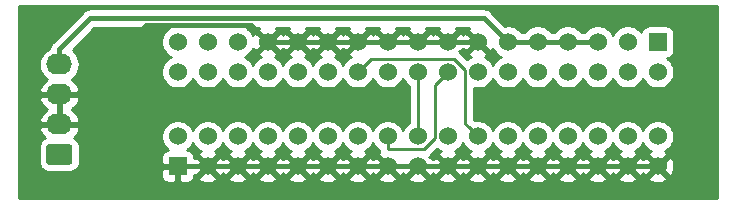
<source format=gbr>
G04 #@! TF.GenerationSoftware,KiCad,Pcbnew,(5.1.5-0-10_14)*
G04 #@! TF.CreationDate,2020-03-21T12:38:00+11:00*
G04 #@! TF.ProjectId,Internal FDD Adapter,496e7465-726e-4616-9c20-464444204164,rev?*
G04 #@! TF.SameCoordinates,Original*
G04 #@! TF.FileFunction,Copper,L1,Top*
G04 #@! TF.FilePolarity,Positive*
%FSLAX46Y46*%
G04 Gerber Fmt 4.6, Leading zero omitted, Abs format (unit mm)*
G04 Created by KiCad (PCBNEW (5.1.5-0-10_14)) date 2020-03-21 12:38:00*
%MOMM*%
%LPD*%
G04 APERTURE LIST*
%ADD10C,1.524000*%
%ADD11R,1.524000X1.524000*%
%ADD12O,2.200000X1.740000*%
%ADD13C,0.100000*%
%ADD14C,0.400000*%
%ADD15C,0.250000*%
%ADD16C,0.254000*%
G04 APERTURE END LIST*
D10*
X52197000Y-38481000D03*
X52197000Y-35941000D03*
X54737000Y-38481000D03*
X54737000Y-35941000D03*
X57277000Y-38481000D03*
X57277000Y-35941000D03*
X59817000Y-38481000D03*
X59817000Y-35941000D03*
X64897000Y-38481000D03*
X64897000Y-35941000D03*
X67437000Y-38481000D03*
X67437000Y-35941000D03*
D11*
X92837000Y-35941000D03*
D10*
X90297000Y-35941000D03*
X87757000Y-35941000D03*
X85217000Y-35941000D03*
X82677000Y-35941000D03*
X80137000Y-35941000D03*
X77597000Y-35941000D03*
X75057000Y-35941000D03*
X72517000Y-35941000D03*
X69977000Y-35941000D03*
X69977000Y-38481000D03*
X72517000Y-38481000D03*
X75057000Y-38481000D03*
X77597000Y-38481000D03*
X80137000Y-38481000D03*
X82677000Y-38481000D03*
X85217000Y-38481000D03*
X87757000Y-38481000D03*
X90297000Y-38481000D03*
X92837000Y-38481000D03*
X62357000Y-35941000D03*
X62357000Y-38481000D03*
X62357000Y-43942000D03*
X62357000Y-46482000D03*
X92837000Y-43942000D03*
X90297000Y-43942000D03*
X87757000Y-43942000D03*
X85217000Y-43942000D03*
X82677000Y-43942000D03*
X80137000Y-43942000D03*
X77597000Y-43942000D03*
X75057000Y-43942000D03*
X72517000Y-43942000D03*
X69977000Y-43942000D03*
X69977000Y-46482000D03*
X72517000Y-46482000D03*
X75057000Y-46482000D03*
X77597000Y-46482000D03*
X80137000Y-46482000D03*
X82677000Y-46482000D03*
X85217000Y-46482000D03*
X87757000Y-46482000D03*
X90297000Y-46482000D03*
X92837000Y-46482000D03*
X67437000Y-46482000D03*
X67437000Y-43942000D03*
X64897000Y-46482000D03*
X64897000Y-43942000D03*
X59817000Y-46482000D03*
X59817000Y-43942000D03*
X57277000Y-46482000D03*
X57277000Y-43942000D03*
X54737000Y-46482000D03*
X54737000Y-43942000D03*
D11*
X52197000Y-46482000D03*
D10*
X52197000Y-43942000D03*
D12*
X42164000Y-37846000D03*
X42164000Y-40386000D03*
X42164000Y-42926000D03*
G04 #@! TA.AperFunction,ComponentPad*
D13*
G36*
X43038505Y-44597204D02*
G01*
X43062773Y-44600804D01*
X43086572Y-44606765D01*
X43109671Y-44615030D01*
X43131850Y-44625520D01*
X43152893Y-44638132D01*
X43172599Y-44652747D01*
X43190777Y-44669223D01*
X43207253Y-44687401D01*
X43221868Y-44707107D01*
X43234480Y-44728150D01*
X43244970Y-44750329D01*
X43253235Y-44773428D01*
X43259196Y-44797227D01*
X43262796Y-44821495D01*
X43264000Y-44845999D01*
X43264000Y-46086001D01*
X43262796Y-46110505D01*
X43259196Y-46134773D01*
X43253235Y-46158572D01*
X43244970Y-46181671D01*
X43234480Y-46203850D01*
X43221868Y-46224893D01*
X43207253Y-46244599D01*
X43190777Y-46262777D01*
X43172599Y-46279253D01*
X43152893Y-46293868D01*
X43131850Y-46306480D01*
X43109671Y-46316970D01*
X43086572Y-46325235D01*
X43062773Y-46331196D01*
X43038505Y-46334796D01*
X43014001Y-46336000D01*
X41313999Y-46336000D01*
X41289495Y-46334796D01*
X41265227Y-46331196D01*
X41241428Y-46325235D01*
X41218329Y-46316970D01*
X41196150Y-46306480D01*
X41175107Y-46293868D01*
X41155401Y-46279253D01*
X41137223Y-46262777D01*
X41120747Y-46244599D01*
X41106132Y-46224893D01*
X41093520Y-46203850D01*
X41083030Y-46181671D01*
X41074765Y-46158572D01*
X41068804Y-46134773D01*
X41065204Y-46110505D01*
X41064000Y-46086001D01*
X41064000Y-44845999D01*
X41065204Y-44821495D01*
X41068804Y-44797227D01*
X41074765Y-44773428D01*
X41083030Y-44750329D01*
X41093520Y-44728150D01*
X41106132Y-44707107D01*
X41120747Y-44687401D01*
X41137223Y-44669223D01*
X41155401Y-44652747D01*
X41175107Y-44638132D01*
X41196150Y-44625520D01*
X41218329Y-44615030D01*
X41241428Y-44606765D01*
X41265227Y-44600804D01*
X41289495Y-44597204D01*
X41313999Y-44596000D01*
X43014001Y-44596000D01*
X43038505Y-44597204D01*
G37*
G04 #@! TD.AperFunction*
D14*
X42164000Y-40386000D02*
X42164000Y-42926000D01*
X47220000Y-46482000D02*
X52197000Y-46482000D01*
X43664000Y-42926000D02*
X47220000Y-46482000D01*
X42164000Y-42926000D02*
X43664000Y-42926000D01*
X52197000Y-46482000D02*
X92837000Y-46482000D01*
X77597000Y-35941000D02*
X59817000Y-35941000D01*
X43664000Y-40386000D02*
X42164000Y-40386000D01*
X49506000Y-34544000D02*
X43664000Y-40386000D01*
X58420000Y-34544000D02*
X49506000Y-34544000D01*
X59817000Y-35941000D02*
X58420000Y-34544000D01*
D15*
X76509999Y-42854999D02*
X76835001Y-43180001D01*
X76509999Y-38325237D02*
X76509999Y-42854999D01*
X76835001Y-43180001D02*
X77597000Y-43942000D01*
X75578761Y-37393999D02*
X76509999Y-38325237D01*
X68524001Y-37393999D02*
X75578761Y-37393999D01*
X67437000Y-38481000D02*
X68524001Y-37393999D01*
X72517000Y-38481000D02*
X72517000Y-43942000D01*
X74295001Y-39242999D02*
X75057000Y-38481000D01*
X73969999Y-39568001D02*
X74295001Y-39242999D01*
X73969999Y-44097763D02*
X73969999Y-39568001D01*
X69986371Y-45029001D02*
X73038761Y-45029001D01*
X73038761Y-45029001D02*
X73969999Y-44097763D01*
X69977000Y-45019630D02*
X69986371Y-45029001D01*
X69977000Y-43942000D02*
X69977000Y-45019630D01*
D14*
X80137000Y-35941000D02*
X87757000Y-35941000D01*
X79375001Y-35179001D02*
X80137000Y-35941000D01*
X78139989Y-33943989D02*
X79375001Y-35179001D01*
X44796011Y-33943989D02*
X78139989Y-33943989D01*
X42164000Y-36576000D02*
X44796011Y-33943989D01*
X42164000Y-37846000D02*
X42164000Y-36576000D01*
D16*
G36*
X97892001Y-49124000D02*
G01*
X38760000Y-49124000D01*
X38760000Y-47244000D01*
X50796928Y-47244000D01*
X50809188Y-47368482D01*
X50845498Y-47488180D01*
X50904463Y-47598494D01*
X50983815Y-47695185D01*
X51080506Y-47774537D01*
X51190820Y-47833502D01*
X51310518Y-47869812D01*
X51435000Y-47882072D01*
X51911250Y-47879000D01*
X52070000Y-47720250D01*
X52070000Y-46609000D01*
X50958750Y-46609000D01*
X50800000Y-46767750D01*
X50796928Y-47244000D01*
X38760000Y-47244000D01*
X38760000Y-44845999D01*
X40425928Y-44845999D01*
X40425928Y-46086001D01*
X40442992Y-46259255D01*
X40493528Y-46425851D01*
X40575595Y-46579387D01*
X40686038Y-46713962D01*
X40820613Y-46824405D01*
X40974149Y-46906472D01*
X41140745Y-46957008D01*
X41313999Y-46974072D01*
X43014001Y-46974072D01*
X43187255Y-46957008D01*
X43353851Y-46906472D01*
X43507387Y-46824405D01*
X43641962Y-46713962D01*
X43752405Y-46579387D01*
X43834472Y-46425851D01*
X43885008Y-46259255D01*
X43902072Y-46086001D01*
X43902072Y-44845999D01*
X43885008Y-44672745D01*
X43834472Y-44506149D01*
X43752405Y-44352613D01*
X43641962Y-44218038D01*
X43507387Y-44107595D01*
X43398686Y-44049493D01*
X43554536Y-43896494D01*
X43721571Y-43651437D01*
X43837588Y-43378502D01*
X43855302Y-43286031D01*
X43734246Y-43053000D01*
X42291000Y-43053000D01*
X42291000Y-43073000D01*
X42037000Y-43073000D01*
X42037000Y-43053000D01*
X40593754Y-43053000D01*
X40472698Y-43286031D01*
X40490412Y-43378502D01*
X40606429Y-43651437D01*
X40773464Y-43896494D01*
X40929314Y-44049493D01*
X40820613Y-44107595D01*
X40686038Y-44218038D01*
X40575595Y-44352613D01*
X40493528Y-44506149D01*
X40442992Y-44672745D01*
X40425928Y-44845999D01*
X38760000Y-44845999D01*
X38760000Y-40746031D01*
X40472698Y-40746031D01*
X40490412Y-40838502D01*
X40606429Y-41111437D01*
X40773464Y-41356494D01*
X40985097Y-41564256D01*
X41125184Y-41656000D01*
X40985097Y-41747744D01*
X40773464Y-41955506D01*
X40606429Y-42200563D01*
X40490412Y-42473498D01*
X40472698Y-42565969D01*
X40593754Y-42799000D01*
X42037000Y-42799000D01*
X42037000Y-40513000D01*
X42291000Y-40513000D01*
X42291000Y-42799000D01*
X43734246Y-42799000D01*
X43855302Y-42565969D01*
X43837588Y-42473498D01*
X43721571Y-42200563D01*
X43554536Y-41955506D01*
X43342903Y-41747744D01*
X43202816Y-41656000D01*
X43342903Y-41564256D01*
X43554536Y-41356494D01*
X43721571Y-41111437D01*
X43837588Y-40838502D01*
X43855302Y-40746031D01*
X43734246Y-40513000D01*
X42291000Y-40513000D01*
X42037000Y-40513000D01*
X40593754Y-40513000D01*
X40472698Y-40746031D01*
X38760000Y-40746031D01*
X38760000Y-37846000D01*
X40421718Y-37846000D01*
X40450776Y-38141032D01*
X40536834Y-38424725D01*
X40676583Y-38686179D01*
X40864655Y-38915345D01*
X41093821Y-39103417D01*
X41121669Y-39118302D01*
X40985097Y-39207744D01*
X40773464Y-39415506D01*
X40606429Y-39660563D01*
X40490412Y-39933498D01*
X40472698Y-40025969D01*
X40593754Y-40259000D01*
X42037000Y-40259000D01*
X42037000Y-40239000D01*
X42291000Y-40239000D01*
X42291000Y-40259000D01*
X43734246Y-40259000D01*
X43855302Y-40025969D01*
X43837588Y-39933498D01*
X43721571Y-39660563D01*
X43554536Y-39415506D01*
X43342903Y-39207744D01*
X43206331Y-39118302D01*
X43234179Y-39103417D01*
X43463345Y-38915345D01*
X43651417Y-38686179D01*
X43791166Y-38424725D01*
X43877224Y-38141032D01*
X43906282Y-37846000D01*
X43877224Y-37550968D01*
X43791166Y-37267275D01*
X43651417Y-37005821D01*
X43463345Y-36776655D01*
X43288063Y-36632804D01*
X45141880Y-34778989D01*
X51421540Y-34778989D01*
X51306465Y-34855880D01*
X51111880Y-35050465D01*
X50958995Y-35279273D01*
X50853686Y-35533510D01*
X50800000Y-35803408D01*
X50800000Y-36078592D01*
X50853686Y-36348490D01*
X50958995Y-36602727D01*
X51111880Y-36831535D01*
X51306465Y-37026120D01*
X51535273Y-37179005D01*
X51612515Y-37211000D01*
X51535273Y-37242995D01*
X51306465Y-37395880D01*
X51111880Y-37590465D01*
X50958995Y-37819273D01*
X50853686Y-38073510D01*
X50800000Y-38343408D01*
X50800000Y-38618592D01*
X50853686Y-38888490D01*
X50958995Y-39142727D01*
X51111880Y-39371535D01*
X51306465Y-39566120D01*
X51535273Y-39719005D01*
X51789510Y-39824314D01*
X52059408Y-39878000D01*
X52334592Y-39878000D01*
X52604490Y-39824314D01*
X52858727Y-39719005D01*
X53087535Y-39566120D01*
X53282120Y-39371535D01*
X53435005Y-39142727D01*
X53467000Y-39065485D01*
X53498995Y-39142727D01*
X53651880Y-39371535D01*
X53846465Y-39566120D01*
X54075273Y-39719005D01*
X54329510Y-39824314D01*
X54599408Y-39878000D01*
X54874592Y-39878000D01*
X55144490Y-39824314D01*
X55398727Y-39719005D01*
X55627535Y-39566120D01*
X55822120Y-39371535D01*
X55975005Y-39142727D01*
X56007000Y-39065485D01*
X56038995Y-39142727D01*
X56191880Y-39371535D01*
X56386465Y-39566120D01*
X56615273Y-39719005D01*
X56869510Y-39824314D01*
X57139408Y-39878000D01*
X57414592Y-39878000D01*
X57684490Y-39824314D01*
X57938727Y-39719005D01*
X58167535Y-39566120D01*
X58362120Y-39371535D01*
X58515005Y-39142727D01*
X58547000Y-39065485D01*
X58578995Y-39142727D01*
X58731880Y-39371535D01*
X58926465Y-39566120D01*
X59155273Y-39719005D01*
X59409510Y-39824314D01*
X59679408Y-39878000D01*
X59954592Y-39878000D01*
X60224490Y-39824314D01*
X60478727Y-39719005D01*
X60707535Y-39566120D01*
X60902120Y-39371535D01*
X61055005Y-39142727D01*
X61087000Y-39065485D01*
X61118995Y-39142727D01*
X61271880Y-39371535D01*
X61466465Y-39566120D01*
X61695273Y-39719005D01*
X61949510Y-39824314D01*
X62219408Y-39878000D01*
X62494592Y-39878000D01*
X62764490Y-39824314D01*
X63018727Y-39719005D01*
X63247535Y-39566120D01*
X63442120Y-39371535D01*
X63595005Y-39142727D01*
X63627000Y-39065485D01*
X63658995Y-39142727D01*
X63811880Y-39371535D01*
X64006465Y-39566120D01*
X64235273Y-39719005D01*
X64489510Y-39824314D01*
X64759408Y-39878000D01*
X65034592Y-39878000D01*
X65304490Y-39824314D01*
X65558727Y-39719005D01*
X65787535Y-39566120D01*
X65982120Y-39371535D01*
X66135005Y-39142727D01*
X66167000Y-39065485D01*
X66198995Y-39142727D01*
X66351880Y-39371535D01*
X66546465Y-39566120D01*
X66775273Y-39719005D01*
X67029510Y-39824314D01*
X67299408Y-39878000D01*
X67574592Y-39878000D01*
X67844490Y-39824314D01*
X68098727Y-39719005D01*
X68327535Y-39566120D01*
X68522120Y-39371535D01*
X68675005Y-39142727D01*
X68707000Y-39065485D01*
X68738995Y-39142727D01*
X68891880Y-39371535D01*
X69086465Y-39566120D01*
X69315273Y-39719005D01*
X69569510Y-39824314D01*
X69839408Y-39878000D01*
X70114592Y-39878000D01*
X70384490Y-39824314D01*
X70638727Y-39719005D01*
X70867535Y-39566120D01*
X71062120Y-39371535D01*
X71215005Y-39142727D01*
X71247000Y-39065485D01*
X71278995Y-39142727D01*
X71431880Y-39371535D01*
X71626465Y-39566120D01*
X71757000Y-39653341D01*
X71757001Y-42769659D01*
X71626465Y-42856880D01*
X71431880Y-43051465D01*
X71278995Y-43280273D01*
X71247000Y-43357515D01*
X71215005Y-43280273D01*
X71062120Y-43051465D01*
X70867535Y-42856880D01*
X70638727Y-42703995D01*
X70384490Y-42598686D01*
X70114592Y-42545000D01*
X69839408Y-42545000D01*
X69569510Y-42598686D01*
X69315273Y-42703995D01*
X69086465Y-42856880D01*
X68891880Y-43051465D01*
X68738995Y-43280273D01*
X68707000Y-43357515D01*
X68675005Y-43280273D01*
X68522120Y-43051465D01*
X68327535Y-42856880D01*
X68098727Y-42703995D01*
X67844490Y-42598686D01*
X67574592Y-42545000D01*
X67299408Y-42545000D01*
X67029510Y-42598686D01*
X66775273Y-42703995D01*
X66546465Y-42856880D01*
X66351880Y-43051465D01*
X66198995Y-43280273D01*
X66167000Y-43357515D01*
X66135005Y-43280273D01*
X65982120Y-43051465D01*
X65787535Y-42856880D01*
X65558727Y-42703995D01*
X65304490Y-42598686D01*
X65034592Y-42545000D01*
X64759408Y-42545000D01*
X64489510Y-42598686D01*
X64235273Y-42703995D01*
X64006465Y-42856880D01*
X63811880Y-43051465D01*
X63658995Y-43280273D01*
X63627000Y-43357515D01*
X63595005Y-43280273D01*
X63442120Y-43051465D01*
X63247535Y-42856880D01*
X63018727Y-42703995D01*
X62764490Y-42598686D01*
X62494592Y-42545000D01*
X62219408Y-42545000D01*
X61949510Y-42598686D01*
X61695273Y-42703995D01*
X61466465Y-42856880D01*
X61271880Y-43051465D01*
X61118995Y-43280273D01*
X61087000Y-43357515D01*
X61055005Y-43280273D01*
X60902120Y-43051465D01*
X60707535Y-42856880D01*
X60478727Y-42703995D01*
X60224490Y-42598686D01*
X59954592Y-42545000D01*
X59679408Y-42545000D01*
X59409510Y-42598686D01*
X59155273Y-42703995D01*
X58926465Y-42856880D01*
X58731880Y-43051465D01*
X58578995Y-43280273D01*
X58547000Y-43357515D01*
X58515005Y-43280273D01*
X58362120Y-43051465D01*
X58167535Y-42856880D01*
X57938727Y-42703995D01*
X57684490Y-42598686D01*
X57414592Y-42545000D01*
X57139408Y-42545000D01*
X56869510Y-42598686D01*
X56615273Y-42703995D01*
X56386465Y-42856880D01*
X56191880Y-43051465D01*
X56038995Y-43280273D01*
X56007000Y-43357515D01*
X55975005Y-43280273D01*
X55822120Y-43051465D01*
X55627535Y-42856880D01*
X55398727Y-42703995D01*
X55144490Y-42598686D01*
X54874592Y-42545000D01*
X54599408Y-42545000D01*
X54329510Y-42598686D01*
X54075273Y-42703995D01*
X53846465Y-42856880D01*
X53651880Y-43051465D01*
X53498995Y-43280273D01*
X53467000Y-43357515D01*
X53435005Y-43280273D01*
X53282120Y-43051465D01*
X53087535Y-42856880D01*
X52858727Y-42703995D01*
X52604490Y-42598686D01*
X52334592Y-42545000D01*
X52059408Y-42545000D01*
X51789510Y-42598686D01*
X51535273Y-42703995D01*
X51306465Y-42856880D01*
X51111880Y-43051465D01*
X50958995Y-43280273D01*
X50853686Y-43534510D01*
X50800000Y-43804408D01*
X50800000Y-44079592D01*
X50853686Y-44349490D01*
X50958995Y-44603727D01*
X51111880Y-44832535D01*
X51306465Y-45027120D01*
X51394465Y-45085920D01*
X51310518Y-45094188D01*
X51190820Y-45130498D01*
X51080506Y-45189463D01*
X50983815Y-45268815D01*
X50904463Y-45365506D01*
X50845498Y-45475820D01*
X50809188Y-45595518D01*
X50796928Y-45720000D01*
X50800000Y-46196250D01*
X50958750Y-46355000D01*
X52070000Y-46355000D01*
X52070000Y-46335000D01*
X52324000Y-46335000D01*
X52324000Y-46355000D01*
X52344000Y-46355000D01*
X52344000Y-46609000D01*
X52324000Y-46609000D01*
X52324000Y-47720250D01*
X52482750Y-47879000D01*
X52959000Y-47882072D01*
X53083482Y-47869812D01*
X53203180Y-47833502D01*
X53313494Y-47774537D01*
X53410185Y-47695185D01*
X53489537Y-47598494D01*
X53548502Y-47488180D01*
X53560822Y-47447565D01*
X53951040Y-47447565D01*
X54018020Y-47687656D01*
X54267048Y-47804756D01*
X54534135Y-47871023D01*
X54809017Y-47883910D01*
X55081133Y-47842922D01*
X55340023Y-47749636D01*
X55455980Y-47687656D01*
X55522960Y-47447565D01*
X56491040Y-47447565D01*
X56558020Y-47687656D01*
X56807048Y-47804756D01*
X57074135Y-47871023D01*
X57349017Y-47883910D01*
X57621133Y-47842922D01*
X57880023Y-47749636D01*
X57995980Y-47687656D01*
X58062960Y-47447565D01*
X59031040Y-47447565D01*
X59098020Y-47687656D01*
X59347048Y-47804756D01*
X59614135Y-47871023D01*
X59889017Y-47883910D01*
X60161133Y-47842922D01*
X60420023Y-47749636D01*
X60535980Y-47687656D01*
X60602960Y-47447565D01*
X61571040Y-47447565D01*
X61638020Y-47687656D01*
X61887048Y-47804756D01*
X62154135Y-47871023D01*
X62429017Y-47883910D01*
X62701133Y-47842922D01*
X62960023Y-47749636D01*
X63075980Y-47687656D01*
X63142960Y-47447565D01*
X64111040Y-47447565D01*
X64178020Y-47687656D01*
X64427048Y-47804756D01*
X64694135Y-47871023D01*
X64969017Y-47883910D01*
X65241133Y-47842922D01*
X65500023Y-47749636D01*
X65615980Y-47687656D01*
X65682960Y-47447565D01*
X66651040Y-47447565D01*
X66718020Y-47687656D01*
X66967048Y-47804756D01*
X67234135Y-47871023D01*
X67509017Y-47883910D01*
X67781133Y-47842922D01*
X68040023Y-47749636D01*
X68155980Y-47687656D01*
X68222960Y-47447565D01*
X69191040Y-47447565D01*
X69258020Y-47687656D01*
X69507048Y-47804756D01*
X69774135Y-47871023D01*
X70049017Y-47883910D01*
X70321133Y-47842922D01*
X70580023Y-47749636D01*
X70695980Y-47687656D01*
X70762960Y-47447565D01*
X71731040Y-47447565D01*
X71798020Y-47687656D01*
X72047048Y-47804756D01*
X72314135Y-47871023D01*
X72589017Y-47883910D01*
X72861133Y-47842922D01*
X73120023Y-47749636D01*
X73235980Y-47687656D01*
X73302960Y-47447565D01*
X74271040Y-47447565D01*
X74338020Y-47687656D01*
X74587048Y-47804756D01*
X74854135Y-47871023D01*
X75129017Y-47883910D01*
X75401133Y-47842922D01*
X75660023Y-47749636D01*
X75775980Y-47687656D01*
X75842960Y-47447565D01*
X76811040Y-47447565D01*
X76878020Y-47687656D01*
X77127048Y-47804756D01*
X77394135Y-47871023D01*
X77669017Y-47883910D01*
X77941133Y-47842922D01*
X78200023Y-47749636D01*
X78315980Y-47687656D01*
X78382960Y-47447565D01*
X79351040Y-47447565D01*
X79418020Y-47687656D01*
X79667048Y-47804756D01*
X79934135Y-47871023D01*
X80209017Y-47883910D01*
X80481133Y-47842922D01*
X80740023Y-47749636D01*
X80855980Y-47687656D01*
X80922960Y-47447565D01*
X81891040Y-47447565D01*
X81958020Y-47687656D01*
X82207048Y-47804756D01*
X82474135Y-47871023D01*
X82749017Y-47883910D01*
X83021133Y-47842922D01*
X83280023Y-47749636D01*
X83395980Y-47687656D01*
X83462960Y-47447565D01*
X84431040Y-47447565D01*
X84498020Y-47687656D01*
X84747048Y-47804756D01*
X85014135Y-47871023D01*
X85289017Y-47883910D01*
X85561133Y-47842922D01*
X85820023Y-47749636D01*
X85935980Y-47687656D01*
X86002960Y-47447565D01*
X86971040Y-47447565D01*
X87038020Y-47687656D01*
X87287048Y-47804756D01*
X87554135Y-47871023D01*
X87829017Y-47883910D01*
X88101133Y-47842922D01*
X88360023Y-47749636D01*
X88475980Y-47687656D01*
X88542960Y-47447565D01*
X89511040Y-47447565D01*
X89578020Y-47687656D01*
X89827048Y-47804756D01*
X90094135Y-47871023D01*
X90369017Y-47883910D01*
X90641133Y-47842922D01*
X90900023Y-47749636D01*
X91015980Y-47687656D01*
X91082960Y-47447565D01*
X92051040Y-47447565D01*
X92118020Y-47687656D01*
X92367048Y-47804756D01*
X92634135Y-47871023D01*
X92909017Y-47883910D01*
X93181133Y-47842922D01*
X93440023Y-47749636D01*
X93555980Y-47687656D01*
X93622960Y-47447565D01*
X92837000Y-46661605D01*
X92051040Y-47447565D01*
X91082960Y-47447565D01*
X90297000Y-46661605D01*
X89511040Y-47447565D01*
X88542960Y-47447565D01*
X87757000Y-46661605D01*
X86971040Y-47447565D01*
X86002960Y-47447565D01*
X85217000Y-46661605D01*
X84431040Y-47447565D01*
X83462960Y-47447565D01*
X82677000Y-46661605D01*
X81891040Y-47447565D01*
X80922960Y-47447565D01*
X80137000Y-46661605D01*
X79351040Y-47447565D01*
X78382960Y-47447565D01*
X77597000Y-46661605D01*
X76811040Y-47447565D01*
X75842960Y-47447565D01*
X75057000Y-46661605D01*
X74271040Y-47447565D01*
X73302960Y-47447565D01*
X72517000Y-46661605D01*
X71731040Y-47447565D01*
X70762960Y-47447565D01*
X69977000Y-46661605D01*
X69191040Y-47447565D01*
X68222960Y-47447565D01*
X67437000Y-46661605D01*
X66651040Y-47447565D01*
X65682960Y-47447565D01*
X64897000Y-46661605D01*
X64111040Y-47447565D01*
X63142960Y-47447565D01*
X62357000Y-46661605D01*
X61571040Y-47447565D01*
X60602960Y-47447565D01*
X59817000Y-46661605D01*
X59031040Y-47447565D01*
X58062960Y-47447565D01*
X57277000Y-46661605D01*
X56491040Y-47447565D01*
X55522960Y-47447565D01*
X54737000Y-46661605D01*
X53951040Y-47447565D01*
X53560822Y-47447565D01*
X53584812Y-47368482D01*
X53597072Y-47244000D01*
X53596912Y-47219272D01*
X53771435Y-47267960D01*
X54557395Y-46482000D01*
X54916605Y-46482000D01*
X55702565Y-47267960D01*
X55942656Y-47200980D01*
X56004079Y-47070356D01*
X56009364Y-47085023D01*
X56071344Y-47200980D01*
X56311435Y-47267960D01*
X57097395Y-46482000D01*
X57456605Y-46482000D01*
X58242565Y-47267960D01*
X58482656Y-47200980D01*
X58544079Y-47070356D01*
X58549364Y-47085023D01*
X58611344Y-47200980D01*
X58851435Y-47267960D01*
X59637395Y-46482000D01*
X59996605Y-46482000D01*
X60782565Y-47267960D01*
X61022656Y-47200980D01*
X61084079Y-47070356D01*
X61089364Y-47085023D01*
X61151344Y-47200980D01*
X61391435Y-47267960D01*
X62177395Y-46482000D01*
X62536605Y-46482000D01*
X63322565Y-47267960D01*
X63562656Y-47200980D01*
X63624079Y-47070356D01*
X63629364Y-47085023D01*
X63691344Y-47200980D01*
X63931435Y-47267960D01*
X64717395Y-46482000D01*
X65076605Y-46482000D01*
X65862565Y-47267960D01*
X66102656Y-47200980D01*
X66164079Y-47070356D01*
X66169364Y-47085023D01*
X66231344Y-47200980D01*
X66471435Y-47267960D01*
X67257395Y-46482000D01*
X67616605Y-46482000D01*
X68402565Y-47267960D01*
X68642656Y-47200980D01*
X68704079Y-47070356D01*
X68709364Y-47085023D01*
X68771344Y-47200980D01*
X69011435Y-47267960D01*
X69797395Y-46482000D01*
X69011435Y-45696040D01*
X68771344Y-45763020D01*
X68709921Y-45893644D01*
X68704636Y-45878977D01*
X68642656Y-45763020D01*
X68402565Y-45696040D01*
X67616605Y-46482000D01*
X67257395Y-46482000D01*
X66471435Y-45696040D01*
X66231344Y-45763020D01*
X66169921Y-45893644D01*
X66164636Y-45878977D01*
X66102656Y-45763020D01*
X65862565Y-45696040D01*
X65076605Y-46482000D01*
X64717395Y-46482000D01*
X63931435Y-45696040D01*
X63691344Y-45763020D01*
X63629921Y-45893644D01*
X63624636Y-45878977D01*
X63562656Y-45763020D01*
X63322565Y-45696040D01*
X62536605Y-46482000D01*
X62177395Y-46482000D01*
X61391435Y-45696040D01*
X61151344Y-45763020D01*
X61089921Y-45893644D01*
X61084636Y-45878977D01*
X61022656Y-45763020D01*
X60782565Y-45696040D01*
X59996605Y-46482000D01*
X59637395Y-46482000D01*
X58851435Y-45696040D01*
X58611344Y-45763020D01*
X58549921Y-45893644D01*
X58544636Y-45878977D01*
X58482656Y-45763020D01*
X58242565Y-45696040D01*
X57456605Y-46482000D01*
X57097395Y-46482000D01*
X56311435Y-45696040D01*
X56071344Y-45763020D01*
X56009921Y-45893644D01*
X56004636Y-45878977D01*
X55942656Y-45763020D01*
X55702565Y-45696040D01*
X54916605Y-46482000D01*
X54557395Y-46482000D01*
X53771435Y-45696040D01*
X53596912Y-45744728D01*
X53597072Y-45720000D01*
X53584812Y-45595518D01*
X53548502Y-45475820D01*
X53489537Y-45365506D01*
X53410185Y-45268815D01*
X53313494Y-45189463D01*
X53203180Y-45130498D01*
X53083482Y-45094188D01*
X52999535Y-45085920D01*
X53087535Y-45027120D01*
X53282120Y-44832535D01*
X53435005Y-44603727D01*
X53467000Y-44526485D01*
X53498995Y-44603727D01*
X53651880Y-44832535D01*
X53846465Y-45027120D01*
X54075273Y-45180005D01*
X54146943Y-45209692D01*
X54133977Y-45214364D01*
X54018020Y-45276344D01*
X53951040Y-45516435D01*
X54737000Y-46302395D01*
X55522960Y-45516435D01*
X55455980Y-45276344D01*
X55320240Y-45212515D01*
X55398727Y-45180005D01*
X55627535Y-45027120D01*
X55822120Y-44832535D01*
X55975005Y-44603727D01*
X56007000Y-44526485D01*
X56038995Y-44603727D01*
X56191880Y-44832535D01*
X56386465Y-45027120D01*
X56615273Y-45180005D01*
X56686943Y-45209692D01*
X56673977Y-45214364D01*
X56558020Y-45276344D01*
X56491040Y-45516435D01*
X57277000Y-46302395D01*
X58062960Y-45516435D01*
X57995980Y-45276344D01*
X57860240Y-45212515D01*
X57938727Y-45180005D01*
X58167535Y-45027120D01*
X58362120Y-44832535D01*
X58515005Y-44603727D01*
X58547000Y-44526485D01*
X58578995Y-44603727D01*
X58731880Y-44832535D01*
X58926465Y-45027120D01*
X59155273Y-45180005D01*
X59226943Y-45209692D01*
X59213977Y-45214364D01*
X59098020Y-45276344D01*
X59031040Y-45516435D01*
X59817000Y-46302395D01*
X60602960Y-45516435D01*
X60535980Y-45276344D01*
X60400240Y-45212515D01*
X60478727Y-45180005D01*
X60707535Y-45027120D01*
X60902120Y-44832535D01*
X61055005Y-44603727D01*
X61087000Y-44526485D01*
X61118995Y-44603727D01*
X61271880Y-44832535D01*
X61466465Y-45027120D01*
X61695273Y-45180005D01*
X61766943Y-45209692D01*
X61753977Y-45214364D01*
X61638020Y-45276344D01*
X61571040Y-45516435D01*
X62357000Y-46302395D01*
X63142960Y-45516435D01*
X63075980Y-45276344D01*
X62940240Y-45212515D01*
X63018727Y-45180005D01*
X63247535Y-45027120D01*
X63442120Y-44832535D01*
X63595005Y-44603727D01*
X63627000Y-44526485D01*
X63658995Y-44603727D01*
X63811880Y-44832535D01*
X64006465Y-45027120D01*
X64235273Y-45180005D01*
X64306943Y-45209692D01*
X64293977Y-45214364D01*
X64178020Y-45276344D01*
X64111040Y-45516435D01*
X64897000Y-46302395D01*
X65682960Y-45516435D01*
X65615980Y-45276344D01*
X65480240Y-45212515D01*
X65558727Y-45180005D01*
X65787535Y-45027120D01*
X65982120Y-44832535D01*
X66135005Y-44603727D01*
X66167000Y-44526485D01*
X66198995Y-44603727D01*
X66351880Y-44832535D01*
X66546465Y-45027120D01*
X66775273Y-45180005D01*
X66846943Y-45209692D01*
X66833977Y-45214364D01*
X66718020Y-45276344D01*
X66651040Y-45516435D01*
X67437000Y-46302395D01*
X68222960Y-45516435D01*
X68155980Y-45276344D01*
X68020240Y-45212515D01*
X68098727Y-45180005D01*
X68327535Y-45027120D01*
X68522120Y-44832535D01*
X68675005Y-44603727D01*
X68707000Y-44526485D01*
X68738995Y-44603727D01*
X68891880Y-44832535D01*
X69086465Y-45027120D01*
X69223050Y-45118384D01*
X69227998Y-45168616D01*
X69230841Y-45177987D01*
X69260305Y-45275122D01*
X69258020Y-45276344D01*
X69191040Y-45516435D01*
X69977000Y-46302395D01*
X69991143Y-46288253D01*
X70170748Y-46467858D01*
X70156605Y-46482000D01*
X70942565Y-47267960D01*
X71182656Y-47200980D01*
X71244079Y-47070356D01*
X71249364Y-47085023D01*
X71311344Y-47200980D01*
X71551435Y-47267960D01*
X72337395Y-46482000D01*
X72323253Y-46467858D01*
X72502858Y-46288253D01*
X72517000Y-46302395D01*
X72531143Y-46288253D01*
X72710748Y-46467858D01*
X72696605Y-46482000D01*
X73482565Y-47267960D01*
X73722656Y-47200980D01*
X73784079Y-47070356D01*
X73789364Y-47085023D01*
X73851344Y-47200980D01*
X74091435Y-47267960D01*
X74877395Y-46482000D01*
X75236605Y-46482000D01*
X76022565Y-47267960D01*
X76262656Y-47200980D01*
X76324079Y-47070356D01*
X76329364Y-47085023D01*
X76391344Y-47200980D01*
X76631435Y-47267960D01*
X77417395Y-46482000D01*
X77776605Y-46482000D01*
X78562565Y-47267960D01*
X78802656Y-47200980D01*
X78864079Y-47070356D01*
X78869364Y-47085023D01*
X78931344Y-47200980D01*
X79171435Y-47267960D01*
X79957395Y-46482000D01*
X80316605Y-46482000D01*
X81102565Y-47267960D01*
X81342656Y-47200980D01*
X81404079Y-47070356D01*
X81409364Y-47085023D01*
X81471344Y-47200980D01*
X81711435Y-47267960D01*
X82497395Y-46482000D01*
X82856605Y-46482000D01*
X83642565Y-47267960D01*
X83882656Y-47200980D01*
X83944079Y-47070356D01*
X83949364Y-47085023D01*
X84011344Y-47200980D01*
X84251435Y-47267960D01*
X85037395Y-46482000D01*
X85396605Y-46482000D01*
X86182565Y-47267960D01*
X86422656Y-47200980D01*
X86484079Y-47070356D01*
X86489364Y-47085023D01*
X86551344Y-47200980D01*
X86791435Y-47267960D01*
X87577395Y-46482000D01*
X87936605Y-46482000D01*
X88722565Y-47267960D01*
X88962656Y-47200980D01*
X89024079Y-47070356D01*
X89029364Y-47085023D01*
X89091344Y-47200980D01*
X89331435Y-47267960D01*
X90117395Y-46482000D01*
X90476605Y-46482000D01*
X91262565Y-47267960D01*
X91502656Y-47200980D01*
X91564079Y-47070356D01*
X91569364Y-47085023D01*
X91631344Y-47200980D01*
X91871435Y-47267960D01*
X92657395Y-46482000D01*
X93016605Y-46482000D01*
X93802565Y-47267960D01*
X94042656Y-47200980D01*
X94159756Y-46951952D01*
X94226023Y-46684865D01*
X94238910Y-46409983D01*
X94197922Y-46137867D01*
X94104636Y-45878977D01*
X94042656Y-45763020D01*
X93802565Y-45696040D01*
X93016605Y-46482000D01*
X92657395Y-46482000D01*
X91871435Y-45696040D01*
X91631344Y-45763020D01*
X91569921Y-45893644D01*
X91564636Y-45878977D01*
X91502656Y-45763020D01*
X91262565Y-45696040D01*
X90476605Y-46482000D01*
X90117395Y-46482000D01*
X89331435Y-45696040D01*
X89091344Y-45763020D01*
X89029921Y-45893644D01*
X89024636Y-45878977D01*
X88962656Y-45763020D01*
X88722565Y-45696040D01*
X87936605Y-46482000D01*
X87577395Y-46482000D01*
X86791435Y-45696040D01*
X86551344Y-45763020D01*
X86489921Y-45893644D01*
X86484636Y-45878977D01*
X86422656Y-45763020D01*
X86182565Y-45696040D01*
X85396605Y-46482000D01*
X85037395Y-46482000D01*
X84251435Y-45696040D01*
X84011344Y-45763020D01*
X83949921Y-45893644D01*
X83944636Y-45878977D01*
X83882656Y-45763020D01*
X83642565Y-45696040D01*
X82856605Y-46482000D01*
X82497395Y-46482000D01*
X81711435Y-45696040D01*
X81471344Y-45763020D01*
X81409921Y-45893644D01*
X81404636Y-45878977D01*
X81342656Y-45763020D01*
X81102565Y-45696040D01*
X80316605Y-46482000D01*
X79957395Y-46482000D01*
X79171435Y-45696040D01*
X78931344Y-45763020D01*
X78869921Y-45893644D01*
X78864636Y-45878977D01*
X78802656Y-45763020D01*
X78562565Y-45696040D01*
X77776605Y-46482000D01*
X77417395Y-46482000D01*
X76631435Y-45696040D01*
X76391344Y-45763020D01*
X76329921Y-45893644D01*
X76324636Y-45878977D01*
X76262656Y-45763020D01*
X76022565Y-45696040D01*
X75236605Y-46482000D01*
X74877395Y-46482000D01*
X74091435Y-45696040D01*
X73851344Y-45763020D01*
X73789921Y-45893644D01*
X73784636Y-45878977D01*
X73722656Y-45763020D01*
X73482567Y-45696041D01*
X73598977Y-45579631D01*
X73583083Y-45563737D01*
X73602564Y-45539999D01*
X74140955Y-45001610D01*
X74166465Y-45027120D01*
X74395273Y-45180005D01*
X74466943Y-45209692D01*
X74453977Y-45214364D01*
X74338020Y-45276344D01*
X74271040Y-45516435D01*
X75057000Y-46302395D01*
X75842960Y-45516435D01*
X75775980Y-45276344D01*
X75640240Y-45212515D01*
X75718727Y-45180005D01*
X75947535Y-45027120D01*
X76142120Y-44832535D01*
X76295005Y-44603727D01*
X76327000Y-44526485D01*
X76358995Y-44603727D01*
X76511880Y-44832535D01*
X76706465Y-45027120D01*
X76935273Y-45180005D01*
X77006943Y-45209692D01*
X76993977Y-45214364D01*
X76878020Y-45276344D01*
X76811040Y-45516435D01*
X77597000Y-46302395D01*
X78382960Y-45516435D01*
X78315980Y-45276344D01*
X78180240Y-45212515D01*
X78258727Y-45180005D01*
X78487535Y-45027120D01*
X78682120Y-44832535D01*
X78835005Y-44603727D01*
X78867000Y-44526485D01*
X78898995Y-44603727D01*
X79051880Y-44832535D01*
X79246465Y-45027120D01*
X79475273Y-45180005D01*
X79546943Y-45209692D01*
X79533977Y-45214364D01*
X79418020Y-45276344D01*
X79351040Y-45516435D01*
X80137000Y-46302395D01*
X80922960Y-45516435D01*
X80855980Y-45276344D01*
X80720240Y-45212515D01*
X80798727Y-45180005D01*
X81027535Y-45027120D01*
X81222120Y-44832535D01*
X81375005Y-44603727D01*
X81407000Y-44526485D01*
X81438995Y-44603727D01*
X81591880Y-44832535D01*
X81786465Y-45027120D01*
X82015273Y-45180005D01*
X82086943Y-45209692D01*
X82073977Y-45214364D01*
X81958020Y-45276344D01*
X81891040Y-45516435D01*
X82677000Y-46302395D01*
X83462960Y-45516435D01*
X83395980Y-45276344D01*
X83260240Y-45212515D01*
X83338727Y-45180005D01*
X83567535Y-45027120D01*
X83762120Y-44832535D01*
X83915005Y-44603727D01*
X83947000Y-44526485D01*
X83978995Y-44603727D01*
X84131880Y-44832535D01*
X84326465Y-45027120D01*
X84555273Y-45180005D01*
X84626943Y-45209692D01*
X84613977Y-45214364D01*
X84498020Y-45276344D01*
X84431040Y-45516435D01*
X85217000Y-46302395D01*
X86002960Y-45516435D01*
X85935980Y-45276344D01*
X85800240Y-45212515D01*
X85878727Y-45180005D01*
X86107535Y-45027120D01*
X86302120Y-44832535D01*
X86455005Y-44603727D01*
X86487000Y-44526485D01*
X86518995Y-44603727D01*
X86671880Y-44832535D01*
X86866465Y-45027120D01*
X87095273Y-45180005D01*
X87166943Y-45209692D01*
X87153977Y-45214364D01*
X87038020Y-45276344D01*
X86971040Y-45516435D01*
X87757000Y-46302395D01*
X88542960Y-45516435D01*
X88475980Y-45276344D01*
X88340240Y-45212515D01*
X88418727Y-45180005D01*
X88647535Y-45027120D01*
X88842120Y-44832535D01*
X88995005Y-44603727D01*
X89027000Y-44526485D01*
X89058995Y-44603727D01*
X89211880Y-44832535D01*
X89406465Y-45027120D01*
X89635273Y-45180005D01*
X89706943Y-45209692D01*
X89693977Y-45214364D01*
X89578020Y-45276344D01*
X89511040Y-45516435D01*
X90297000Y-46302395D01*
X91082960Y-45516435D01*
X91015980Y-45276344D01*
X90880240Y-45212515D01*
X90958727Y-45180005D01*
X91187535Y-45027120D01*
X91382120Y-44832535D01*
X91535005Y-44603727D01*
X91567000Y-44526485D01*
X91598995Y-44603727D01*
X91751880Y-44832535D01*
X91946465Y-45027120D01*
X92175273Y-45180005D01*
X92246943Y-45209692D01*
X92233977Y-45214364D01*
X92118020Y-45276344D01*
X92051040Y-45516435D01*
X92837000Y-46302395D01*
X93622960Y-45516435D01*
X93555980Y-45276344D01*
X93420240Y-45212515D01*
X93498727Y-45180005D01*
X93727535Y-45027120D01*
X93922120Y-44832535D01*
X94075005Y-44603727D01*
X94180314Y-44349490D01*
X94234000Y-44079592D01*
X94234000Y-43804408D01*
X94180314Y-43534510D01*
X94075005Y-43280273D01*
X93922120Y-43051465D01*
X93727535Y-42856880D01*
X93498727Y-42703995D01*
X93244490Y-42598686D01*
X92974592Y-42545000D01*
X92699408Y-42545000D01*
X92429510Y-42598686D01*
X92175273Y-42703995D01*
X91946465Y-42856880D01*
X91751880Y-43051465D01*
X91598995Y-43280273D01*
X91567000Y-43357515D01*
X91535005Y-43280273D01*
X91382120Y-43051465D01*
X91187535Y-42856880D01*
X90958727Y-42703995D01*
X90704490Y-42598686D01*
X90434592Y-42545000D01*
X90159408Y-42545000D01*
X89889510Y-42598686D01*
X89635273Y-42703995D01*
X89406465Y-42856880D01*
X89211880Y-43051465D01*
X89058995Y-43280273D01*
X89027000Y-43357515D01*
X88995005Y-43280273D01*
X88842120Y-43051465D01*
X88647535Y-42856880D01*
X88418727Y-42703995D01*
X88164490Y-42598686D01*
X87894592Y-42545000D01*
X87619408Y-42545000D01*
X87349510Y-42598686D01*
X87095273Y-42703995D01*
X86866465Y-42856880D01*
X86671880Y-43051465D01*
X86518995Y-43280273D01*
X86487000Y-43357515D01*
X86455005Y-43280273D01*
X86302120Y-43051465D01*
X86107535Y-42856880D01*
X85878727Y-42703995D01*
X85624490Y-42598686D01*
X85354592Y-42545000D01*
X85079408Y-42545000D01*
X84809510Y-42598686D01*
X84555273Y-42703995D01*
X84326465Y-42856880D01*
X84131880Y-43051465D01*
X83978995Y-43280273D01*
X83947000Y-43357515D01*
X83915005Y-43280273D01*
X83762120Y-43051465D01*
X83567535Y-42856880D01*
X83338727Y-42703995D01*
X83084490Y-42598686D01*
X82814592Y-42545000D01*
X82539408Y-42545000D01*
X82269510Y-42598686D01*
X82015273Y-42703995D01*
X81786465Y-42856880D01*
X81591880Y-43051465D01*
X81438995Y-43280273D01*
X81407000Y-43357515D01*
X81375005Y-43280273D01*
X81222120Y-43051465D01*
X81027535Y-42856880D01*
X80798727Y-42703995D01*
X80544490Y-42598686D01*
X80274592Y-42545000D01*
X79999408Y-42545000D01*
X79729510Y-42598686D01*
X79475273Y-42703995D01*
X79246465Y-42856880D01*
X79051880Y-43051465D01*
X78898995Y-43280273D01*
X78867000Y-43357515D01*
X78835005Y-43280273D01*
X78682120Y-43051465D01*
X78487535Y-42856880D01*
X78258727Y-42703995D01*
X78004490Y-42598686D01*
X77734592Y-42545000D01*
X77459408Y-42545000D01*
X77305429Y-42575628D01*
X77269999Y-42540198D01*
X77269999Y-39840324D01*
X77459408Y-39878000D01*
X77734592Y-39878000D01*
X78004490Y-39824314D01*
X78258727Y-39719005D01*
X78487535Y-39566120D01*
X78682120Y-39371535D01*
X78835005Y-39142727D01*
X78867000Y-39065485D01*
X78898995Y-39142727D01*
X79051880Y-39371535D01*
X79246465Y-39566120D01*
X79475273Y-39719005D01*
X79729510Y-39824314D01*
X79999408Y-39878000D01*
X80274592Y-39878000D01*
X80544490Y-39824314D01*
X80798727Y-39719005D01*
X81027535Y-39566120D01*
X81222120Y-39371535D01*
X81375005Y-39142727D01*
X81407000Y-39065485D01*
X81438995Y-39142727D01*
X81591880Y-39371535D01*
X81786465Y-39566120D01*
X82015273Y-39719005D01*
X82269510Y-39824314D01*
X82539408Y-39878000D01*
X82814592Y-39878000D01*
X83084490Y-39824314D01*
X83338727Y-39719005D01*
X83567535Y-39566120D01*
X83762120Y-39371535D01*
X83915005Y-39142727D01*
X83947000Y-39065485D01*
X83978995Y-39142727D01*
X84131880Y-39371535D01*
X84326465Y-39566120D01*
X84555273Y-39719005D01*
X84809510Y-39824314D01*
X85079408Y-39878000D01*
X85354592Y-39878000D01*
X85624490Y-39824314D01*
X85878727Y-39719005D01*
X86107535Y-39566120D01*
X86302120Y-39371535D01*
X86455005Y-39142727D01*
X86487000Y-39065485D01*
X86518995Y-39142727D01*
X86671880Y-39371535D01*
X86866465Y-39566120D01*
X87095273Y-39719005D01*
X87349510Y-39824314D01*
X87619408Y-39878000D01*
X87894592Y-39878000D01*
X88164490Y-39824314D01*
X88418727Y-39719005D01*
X88647535Y-39566120D01*
X88842120Y-39371535D01*
X88995005Y-39142727D01*
X89027000Y-39065485D01*
X89058995Y-39142727D01*
X89211880Y-39371535D01*
X89406465Y-39566120D01*
X89635273Y-39719005D01*
X89889510Y-39824314D01*
X90159408Y-39878000D01*
X90434592Y-39878000D01*
X90704490Y-39824314D01*
X90958727Y-39719005D01*
X91187535Y-39566120D01*
X91382120Y-39371535D01*
X91535005Y-39142727D01*
X91567000Y-39065485D01*
X91598995Y-39142727D01*
X91751880Y-39371535D01*
X91946465Y-39566120D01*
X92175273Y-39719005D01*
X92429510Y-39824314D01*
X92699408Y-39878000D01*
X92974592Y-39878000D01*
X93244490Y-39824314D01*
X93498727Y-39719005D01*
X93727535Y-39566120D01*
X93922120Y-39371535D01*
X94075005Y-39142727D01*
X94180314Y-38888490D01*
X94234000Y-38618592D01*
X94234000Y-38343408D01*
X94180314Y-38073510D01*
X94075005Y-37819273D01*
X93922120Y-37590465D01*
X93727535Y-37395880D01*
X93639535Y-37337080D01*
X93723482Y-37328812D01*
X93843180Y-37292502D01*
X93953494Y-37233537D01*
X94050185Y-37154185D01*
X94129537Y-37057494D01*
X94188502Y-36947180D01*
X94224812Y-36827482D01*
X94237072Y-36703000D01*
X94237072Y-35179000D01*
X94224812Y-35054518D01*
X94188502Y-34934820D01*
X94129537Y-34824506D01*
X94050185Y-34727815D01*
X93953494Y-34648463D01*
X93843180Y-34589498D01*
X93723482Y-34553188D01*
X93599000Y-34540928D01*
X92075000Y-34540928D01*
X91950518Y-34553188D01*
X91830820Y-34589498D01*
X91720506Y-34648463D01*
X91623815Y-34727815D01*
X91544463Y-34824506D01*
X91485498Y-34934820D01*
X91449188Y-35054518D01*
X91440920Y-35138465D01*
X91382120Y-35050465D01*
X91187535Y-34855880D01*
X90958727Y-34702995D01*
X90704490Y-34597686D01*
X90434592Y-34544000D01*
X90159408Y-34544000D01*
X89889510Y-34597686D01*
X89635273Y-34702995D01*
X89406465Y-34855880D01*
X89211880Y-35050465D01*
X89058995Y-35279273D01*
X89027000Y-35356515D01*
X88995005Y-35279273D01*
X88842120Y-35050465D01*
X88647535Y-34855880D01*
X88418727Y-34702995D01*
X88164490Y-34597686D01*
X87894592Y-34544000D01*
X87619408Y-34544000D01*
X87349510Y-34597686D01*
X87095273Y-34702995D01*
X86866465Y-34855880D01*
X86671880Y-35050465D01*
X86634773Y-35106000D01*
X86339227Y-35106000D01*
X86302120Y-35050465D01*
X86107535Y-34855880D01*
X85878727Y-34702995D01*
X85624490Y-34597686D01*
X85354592Y-34544000D01*
X85079408Y-34544000D01*
X84809510Y-34597686D01*
X84555273Y-34702995D01*
X84326465Y-34855880D01*
X84131880Y-35050465D01*
X84094773Y-35106000D01*
X83799227Y-35106000D01*
X83762120Y-35050465D01*
X83567535Y-34855880D01*
X83338727Y-34702995D01*
X83084490Y-34597686D01*
X82814592Y-34544000D01*
X82539408Y-34544000D01*
X82269510Y-34597686D01*
X82015273Y-34702995D01*
X81786465Y-34855880D01*
X81591880Y-35050465D01*
X81554773Y-35106000D01*
X81259227Y-35106000D01*
X81222120Y-35050465D01*
X81027535Y-34855880D01*
X80798727Y-34702995D01*
X80544490Y-34597686D01*
X80274592Y-34544000D01*
X79999408Y-34544000D01*
X79933899Y-34557030D01*
X78759434Y-33382567D01*
X78733280Y-33350698D01*
X78606135Y-33246353D01*
X78461076Y-33168817D01*
X78303678Y-33121071D01*
X78181008Y-33108989D01*
X78181007Y-33108989D01*
X78139989Y-33104949D01*
X78098971Y-33108989D01*
X44837029Y-33108989D01*
X44796011Y-33104949D01*
X44754993Y-33108989D01*
X44754992Y-33108989D01*
X44632322Y-33121071D01*
X44474924Y-33168817D01*
X44329865Y-33246353D01*
X44202720Y-33350698D01*
X44176574Y-33382557D01*
X41602574Y-35956559D01*
X41570710Y-35982709D01*
X41544562Y-36014571D01*
X41466364Y-36109855D01*
X41388828Y-36254914D01*
X41341082Y-36412312D01*
X41336496Y-36458871D01*
X41093821Y-36588583D01*
X40864655Y-36776655D01*
X40676583Y-37005821D01*
X40536834Y-37267275D01*
X40450776Y-37550968D01*
X40421718Y-37846000D01*
X38760000Y-37846000D01*
X38760000Y-32918000D01*
X97892000Y-32918000D01*
X97892001Y-49124000D01*
G37*
X97892001Y-49124000D02*
X38760000Y-49124000D01*
X38760000Y-47244000D01*
X50796928Y-47244000D01*
X50809188Y-47368482D01*
X50845498Y-47488180D01*
X50904463Y-47598494D01*
X50983815Y-47695185D01*
X51080506Y-47774537D01*
X51190820Y-47833502D01*
X51310518Y-47869812D01*
X51435000Y-47882072D01*
X51911250Y-47879000D01*
X52070000Y-47720250D01*
X52070000Y-46609000D01*
X50958750Y-46609000D01*
X50800000Y-46767750D01*
X50796928Y-47244000D01*
X38760000Y-47244000D01*
X38760000Y-44845999D01*
X40425928Y-44845999D01*
X40425928Y-46086001D01*
X40442992Y-46259255D01*
X40493528Y-46425851D01*
X40575595Y-46579387D01*
X40686038Y-46713962D01*
X40820613Y-46824405D01*
X40974149Y-46906472D01*
X41140745Y-46957008D01*
X41313999Y-46974072D01*
X43014001Y-46974072D01*
X43187255Y-46957008D01*
X43353851Y-46906472D01*
X43507387Y-46824405D01*
X43641962Y-46713962D01*
X43752405Y-46579387D01*
X43834472Y-46425851D01*
X43885008Y-46259255D01*
X43902072Y-46086001D01*
X43902072Y-44845999D01*
X43885008Y-44672745D01*
X43834472Y-44506149D01*
X43752405Y-44352613D01*
X43641962Y-44218038D01*
X43507387Y-44107595D01*
X43398686Y-44049493D01*
X43554536Y-43896494D01*
X43721571Y-43651437D01*
X43837588Y-43378502D01*
X43855302Y-43286031D01*
X43734246Y-43053000D01*
X42291000Y-43053000D01*
X42291000Y-43073000D01*
X42037000Y-43073000D01*
X42037000Y-43053000D01*
X40593754Y-43053000D01*
X40472698Y-43286031D01*
X40490412Y-43378502D01*
X40606429Y-43651437D01*
X40773464Y-43896494D01*
X40929314Y-44049493D01*
X40820613Y-44107595D01*
X40686038Y-44218038D01*
X40575595Y-44352613D01*
X40493528Y-44506149D01*
X40442992Y-44672745D01*
X40425928Y-44845999D01*
X38760000Y-44845999D01*
X38760000Y-40746031D01*
X40472698Y-40746031D01*
X40490412Y-40838502D01*
X40606429Y-41111437D01*
X40773464Y-41356494D01*
X40985097Y-41564256D01*
X41125184Y-41656000D01*
X40985097Y-41747744D01*
X40773464Y-41955506D01*
X40606429Y-42200563D01*
X40490412Y-42473498D01*
X40472698Y-42565969D01*
X40593754Y-42799000D01*
X42037000Y-42799000D01*
X42037000Y-40513000D01*
X42291000Y-40513000D01*
X42291000Y-42799000D01*
X43734246Y-42799000D01*
X43855302Y-42565969D01*
X43837588Y-42473498D01*
X43721571Y-42200563D01*
X43554536Y-41955506D01*
X43342903Y-41747744D01*
X43202816Y-41656000D01*
X43342903Y-41564256D01*
X43554536Y-41356494D01*
X43721571Y-41111437D01*
X43837588Y-40838502D01*
X43855302Y-40746031D01*
X43734246Y-40513000D01*
X42291000Y-40513000D01*
X42037000Y-40513000D01*
X40593754Y-40513000D01*
X40472698Y-40746031D01*
X38760000Y-40746031D01*
X38760000Y-37846000D01*
X40421718Y-37846000D01*
X40450776Y-38141032D01*
X40536834Y-38424725D01*
X40676583Y-38686179D01*
X40864655Y-38915345D01*
X41093821Y-39103417D01*
X41121669Y-39118302D01*
X40985097Y-39207744D01*
X40773464Y-39415506D01*
X40606429Y-39660563D01*
X40490412Y-39933498D01*
X40472698Y-40025969D01*
X40593754Y-40259000D01*
X42037000Y-40259000D01*
X42037000Y-40239000D01*
X42291000Y-40239000D01*
X42291000Y-40259000D01*
X43734246Y-40259000D01*
X43855302Y-40025969D01*
X43837588Y-39933498D01*
X43721571Y-39660563D01*
X43554536Y-39415506D01*
X43342903Y-39207744D01*
X43206331Y-39118302D01*
X43234179Y-39103417D01*
X43463345Y-38915345D01*
X43651417Y-38686179D01*
X43791166Y-38424725D01*
X43877224Y-38141032D01*
X43906282Y-37846000D01*
X43877224Y-37550968D01*
X43791166Y-37267275D01*
X43651417Y-37005821D01*
X43463345Y-36776655D01*
X43288063Y-36632804D01*
X45141880Y-34778989D01*
X51421540Y-34778989D01*
X51306465Y-34855880D01*
X51111880Y-35050465D01*
X50958995Y-35279273D01*
X50853686Y-35533510D01*
X50800000Y-35803408D01*
X50800000Y-36078592D01*
X50853686Y-36348490D01*
X50958995Y-36602727D01*
X51111880Y-36831535D01*
X51306465Y-37026120D01*
X51535273Y-37179005D01*
X51612515Y-37211000D01*
X51535273Y-37242995D01*
X51306465Y-37395880D01*
X51111880Y-37590465D01*
X50958995Y-37819273D01*
X50853686Y-38073510D01*
X50800000Y-38343408D01*
X50800000Y-38618592D01*
X50853686Y-38888490D01*
X50958995Y-39142727D01*
X51111880Y-39371535D01*
X51306465Y-39566120D01*
X51535273Y-39719005D01*
X51789510Y-39824314D01*
X52059408Y-39878000D01*
X52334592Y-39878000D01*
X52604490Y-39824314D01*
X52858727Y-39719005D01*
X53087535Y-39566120D01*
X53282120Y-39371535D01*
X53435005Y-39142727D01*
X53467000Y-39065485D01*
X53498995Y-39142727D01*
X53651880Y-39371535D01*
X53846465Y-39566120D01*
X54075273Y-39719005D01*
X54329510Y-39824314D01*
X54599408Y-39878000D01*
X54874592Y-39878000D01*
X55144490Y-39824314D01*
X55398727Y-39719005D01*
X55627535Y-39566120D01*
X55822120Y-39371535D01*
X55975005Y-39142727D01*
X56007000Y-39065485D01*
X56038995Y-39142727D01*
X56191880Y-39371535D01*
X56386465Y-39566120D01*
X56615273Y-39719005D01*
X56869510Y-39824314D01*
X57139408Y-39878000D01*
X57414592Y-39878000D01*
X57684490Y-39824314D01*
X57938727Y-39719005D01*
X58167535Y-39566120D01*
X58362120Y-39371535D01*
X58515005Y-39142727D01*
X58547000Y-39065485D01*
X58578995Y-39142727D01*
X58731880Y-39371535D01*
X58926465Y-39566120D01*
X59155273Y-39719005D01*
X59409510Y-39824314D01*
X59679408Y-39878000D01*
X59954592Y-39878000D01*
X60224490Y-39824314D01*
X60478727Y-39719005D01*
X60707535Y-39566120D01*
X60902120Y-39371535D01*
X61055005Y-39142727D01*
X61087000Y-39065485D01*
X61118995Y-39142727D01*
X61271880Y-39371535D01*
X61466465Y-39566120D01*
X61695273Y-39719005D01*
X61949510Y-39824314D01*
X62219408Y-39878000D01*
X62494592Y-39878000D01*
X62764490Y-39824314D01*
X63018727Y-39719005D01*
X63247535Y-39566120D01*
X63442120Y-39371535D01*
X63595005Y-39142727D01*
X63627000Y-39065485D01*
X63658995Y-39142727D01*
X63811880Y-39371535D01*
X64006465Y-39566120D01*
X64235273Y-39719005D01*
X64489510Y-39824314D01*
X64759408Y-39878000D01*
X65034592Y-39878000D01*
X65304490Y-39824314D01*
X65558727Y-39719005D01*
X65787535Y-39566120D01*
X65982120Y-39371535D01*
X66135005Y-39142727D01*
X66167000Y-39065485D01*
X66198995Y-39142727D01*
X66351880Y-39371535D01*
X66546465Y-39566120D01*
X66775273Y-39719005D01*
X67029510Y-39824314D01*
X67299408Y-39878000D01*
X67574592Y-39878000D01*
X67844490Y-39824314D01*
X68098727Y-39719005D01*
X68327535Y-39566120D01*
X68522120Y-39371535D01*
X68675005Y-39142727D01*
X68707000Y-39065485D01*
X68738995Y-39142727D01*
X68891880Y-39371535D01*
X69086465Y-39566120D01*
X69315273Y-39719005D01*
X69569510Y-39824314D01*
X69839408Y-39878000D01*
X70114592Y-39878000D01*
X70384490Y-39824314D01*
X70638727Y-39719005D01*
X70867535Y-39566120D01*
X71062120Y-39371535D01*
X71215005Y-39142727D01*
X71247000Y-39065485D01*
X71278995Y-39142727D01*
X71431880Y-39371535D01*
X71626465Y-39566120D01*
X71757000Y-39653341D01*
X71757001Y-42769659D01*
X71626465Y-42856880D01*
X71431880Y-43051465D01*
X71278995Y-43280273D01*
X71247000Y-43357515D01*
X71215005Y-43280273D01*
X71062120Y-43051465D01*
X70867535Y-42856880D01*
X70638727Y-42703995D01*
X70384490Y-42598686D01*
X70114592Y-42545000D01*
X69839408Y-42545000D01*
X69569510Y-42598686D01*
X69315273Y-42703995D01*
X69086465Y-42856880D01*
X68891880Y-43051465D01*
X68738995Y-43280273D01*
X68707000Y-43357515D01*
X68675005Y-43280273D01*
X68522120Y-43051465D01*
X68327535Y-42856880D01*
X68098727Y-42703995D01*
X67844490Y-42598686D01*
X67574592Y-42545000D01*
X67299408Y-42545000D01*
X67029510Y-42598686D01*
X66775273Y-42703995D01*
X66546465Y-42856880D01*
X66351880Y-43051465D01*
X66198995Y-43280273D01*
X66167000Y-43357515D01*
X66135005Y-43280273D01*
X65982120Y-43051465D01*
X65787535Y-42856880D01*
X65558727Y-42703995D01*
X65304490Y-42598686D01*
X65034592Y-42545000D01*
X64759408Y-42545000D01*
X64489510Y-42598686D01*
X64235273Y-42703995D01*
X64006465Y-42856880D01*
X63811880Y-43051465D01*
X63658995Y-43280273D01*
X63627000Y-43357515D01*
X63595005Y-43280273D01*
X63442120Y-43051465D01*
X63247535Y-42856880D01*
X63018727Y-42703995D01*
X62764490Y-42598686D01*
X62494592Y-42545000D01*
X62219408Y-42545000D01*
X61949510Y-42598686D01*
X61695273Y-42703995D01*
X61466465Y-42856880D01*
X61271880Y-43051465D01*
X61118995Y-43280273D01*
X61087000Y-43357515D01*
X61055005Y-43280273D01*
X60902120Y-43051465D01*
X60707535Y-42856880D01*
X60478727Y-42703995D01*
X60224490Y-42598686D01*
X59954592Y-42545000D01*
X59679408Y-42545000D01*
X59409510Y-42598686D01*
X59155273Y-42703995D01*
X58926465Y-42856880D01*
X58731880Y-43051465D01*
X58578995Y-43280273D01*
X58547000Y-43357515D01*
X58515005Y-43280273D01*
X58362120Y-43051465D01*
X58167535Y-42856880D01*
X57938727Y-42703995D01*
X57684490Y-42598686D01*
X57414592Y-42545000D01*
X57139408Y-42545000D01*
X56869510Y-42598686D01*
X56615273Y-42703995D01*
X56386465Y-42856880D01*
X56191880Y-43051465D01*
X56038995Y-43280273D01*
X56007000Y-43357515D01*
X55975005Y-43280273D01*
X55822120Y-43051465D01*
X55627535Y-42856880D01*
X55398727Y-42703995D01*
X55144490Y-42598686D01*
X54874592Y-42545000D01*
X54599408Y-42545000D01*
X54329510Y-42598686D01*
X54075273Y-42703995D01*
X53846465Y-42856880D01*
X53651880Y-43051465D01*
X53498995Y-43280273D01*
X53467000Y-43357515D01*
X53435005Y-43280273D01*
X53282120Y-43051465D01*
X53087535Y-42856880D01*
X52858727Y-42703995D01*
X52604490Y-42598686D01*
X52334592Y-42545000D01*
X52059408Y-42545000D01*
X51789510Y-42598686D01*
X51535273Y-42703995D01*
X51306465Y-42856880D01*
X51111880Y-43051465D01*
X50958995Y-43280273D01*
X50853686Y-43534510D01*
X50800000Y-43804408D01*
X50800000Y-44079592D01*
X50853686Y-44349490D01*
X50958995Y-44603727D01*
X51111880Y-44832535D01*
X51306465Y-45027120D01*
X51394465Y-45085920D01*
X51310518Y-45094188D01*
X51190820Y-45130498D01*
X51080506Y-45189463D01*
X50983815Y-45268815D01*
X50904463Y-45365506D01*
X50845498Y-45475820D01*
X50809188Y-45595518D01*
X50796928Y-45720000D01*
X50800000Y-46196250D01*
X50958750Y-46355000D01*
X52070000Y-46355000D01*
X52070000Y-46335000D01*
X52324000Y-46335000D01*
X52324000Y-46355000D01*
X52344000Y-46355000D01*
X52344000Y-46609000D01*
X52324000Y-46609000D01*
X52324000Y-47720250D01*
X52482750Y-47879000D01*
X52959000Y-47882072D01*
X53083482Y-47869812D01*
X53203180Y-47833502D01*
X53313494Y-47774537D01*
X53410185Y-47695185D01*
X53489537Y-47598494D01*
X53548502Y-47488180D01*
X53560822Y-47447565D01*
X53951040Y-47447565D01*
X54018020Y-47687656D01*
X54267048Y-47804756D01*
X54534135Y-47871023D01*
X54809017Y-47883910D01*
X55081133Y-47842922D01*
X55340023Y-47749636D01*
X55455980Y-47687656D01*
X55522960Y-47447565D01*
X56491040Y-47447565D01*
X56558020Y-47687656D01*
X56807048Y-47804756D01*
X57074135Y-47871023D01*
X57349017Y-47883910D01*
X57621133Y-47842922D01*
X57880023Y-47749636D01*
X57995980Y-47687656D01*
X58062960Y-47447565D01*
X59031040Y-47447565D01*
X59098020Y-47687656D01*
X59347048Y-47804756D01*
X59614135Y-47871023D01*
X59889017Y-47883910D01*
X60161133Y-47842922D01*
X60420023Y-47749636D01*
X60535980Y-47687656D01*
X60602960Y-47447565D01*
X61571040Y-47447565D01*
X61638020Y-47687656D01*
X61887048Y-47804756D01*
X62154135Y-47871023D01*
X62429017Y-47883910D01*
X62701133Y-47842922D01*
X62960023Y-47749636D01*
X63075980Y-47687656D01*
X63142960Y-47447565D01*
X64111040Y-47447565D01*
X64178020Y-47687656D01*
X64427048Y-47804756D01*
X64694135Y-47871023D01*
X64969017Y-47883910D01*
X65241133Y-47842922D01*
X65500023Y-47749636D01*
X65615980Y-47687656D01*
X65682960Y-47447565D01*
X66651040Y-47447565D01*
X66718020Y-47687656D01*
X66967048Y-47804756D01*
X67234135Y-47871023D01*
X67509017Y-47883910D01*
X67781133Y-47842922D01*
X68040023Y-47749636D01*
X68155980Y-47687656D01*
X68222960Y-47447565D01*
X69191040Y-47447565D01*
X69258020Y-47687656D01*
X69507048Y-47804756D01*
X69774135Y-47871023D01*
X70049017Y-47883910D01*
X70321133Y-47842922D01*
X70580023Y-47749636D01*
X70695980Y-47687656D01*
X70762960Y-47447565D01*
X71731040Y-47447565D01*
X71798020Y-47687656D01*
X72047048Y-47804756D01*
X72314135Y-47871023D01*
X72589017Y-47883910D01*
X72861133Y-47842922D01*
X73120023Y-47749636D01*
X73235980Y-47687656D01*
X73302960Y-47447565D01*
X74271040Y-47447565D01*
X74338020Y-47687656D01*
X74587048Y-47804756D01*
X74854135Y-47871023D01*
X75129017Y-47883910D01*
X75401133Y-47842922D01*
X75660023Y-47749636D01*
X75775980Y-47687656D01*
X75842960Y-47447565D01*
X76811040Y-47447565D01*
X76878020Y-47687656D01*
X77127048Y-47804756D01*
X77394135Y-47871023D01*
X77669017Y-47883910D01*
X77941133Y-47842922D01*
X78200023Y-47749636D01*
X78315980Y-47687656D01*
X78382960Y-47447565D01*
X79351040Y-47447565D01*
X79418020Y-47687656D01*
X79667048Y-47804756D01*
X79934135Y-47871023D01*
X80209017Y-47883910D01*
X80481133Y-47842922D01*
X80740023Y-47749636D01*
X80855980Y-47687656D01*
X80922960Y-47447565D01*
X81891040Y-47447565D01*
X81958020Y-47687656D01*
X82207048Y-47804756D01*
X82474135Y-47871023D01*
X82749017Y-47883910D01*
X83021133Y-47842922D01*
X83280023Y-47749636D01*
X83395980Y-47687656D01*
X83462960Y-47447565D01*
X84431040Y-47447565D01*
X84498020Y-47687656D01*
X84747048Y-47804756D01*
X85014135Y-47871023D01*
X85289017Y-47883910D01*
X85561133Y-47842922D01*
X85820023Y-47749636D01*
X85935980Y-47687656D01*
X86002960Y-47447565D01*
X86971040Y-47447565D01*
X87038020Y-47687656D01*
X87287048Y-47804756D01*
X87554135Y-47871023D01*
X87829017Y-47883910D01*
X88101133Y-47842922D01*
X88360023Y-47749636D01*
X88475980Y-47687656D01*
X88542960Y-47447565D01*
X89511040Y-47447565D01*
X89578020Y-47687656D01*
X89827048Y-47804756D01*
X90094135Y-47871023D01*
X90369017Y-47883910D01*
X90641133Y-47842922D01*
X90900023Y-47749636D01*
X91015980Y-47687656D01*
X91082960Y-47447565D01*
X92051040Y-47447565D01*
X92118020Y-47687656D01*
X92367048Y-47804756D01*
X92634135Y-47871023D01*
X92909017Y-47883910D01*
X93181133Y-47842922D01*
X93440023Y-47749636D01*
X93555980Y-47687656D01*
X93622960Y-47447565D01*
X92837000Y-46661605D01*
X92051040Y-47447565D01*
X91082960Y-47447565D01*
X90297000Y-46661605D01*
X89511040Y-47447565D01*
X88542960Y-47447565D01*
X87757000Y-46661605D01*
X86971040Y-47447565D01*
X86002960Y-47447565D01*
X85217000Y-46661605D01*
X84431040Y-47447565D01*
X83462960Y-47447565D01*
X82677000Y-46661605D01*
X81891040Y-47447565D01*
X80922960Y-47447565D01*
X80137000Y-46661605D01*
X79351040Y-47447565D01*
X78382960Y-47447565D01*
X77597000Y-46661605D01*
X76811040Y-47447565D01*
X75842960Y-47447565D01*
X75057000Y-46661605D01*
X74271040Y-47447565D01*
X73302960Y-47447565D01*
X72517000Y-46661605D01*
X71731040Y-47447565D01*
X70762960Y-47447565D01*
X69977000Y-46661605D01*
X69191040Y-47447565D01*
X68222960Y-47447565D01*
X67437000Y-46661605D01*
X66651040Y-47447565D01*
X65682960Y-47447565D01*
X64897000Y-46661605D01*
X64111040Y-47447565D01*
X63142960Y-47447565D01*
X62357000Y-46661605D01*
X61571040Y-47447565D01*
X60602960Y-47447565D01*
X59817000Y-46661605D01*
X59031040Y-47447565D01*
X58062960Y-47447565D01*
X57277000Y-46661605D01*
X56491040Y-47447565D01*
X55522960Y-47447565D01*
X54737000Y-46661605D01*
X53951040Y-47447565D01*
X53560822Y-47447565D01*
X53584812Y-47368482D01*
X53597072Y-47244000D01*
X53596912Y-47219272D01*
X53771435Y-47267960D01*
X54557395Y-46482000D01*
X54916605Y-46482000D01*
X55702565Y-47267960D01*
X55942656Y-47200980D01*
X56004079Y-47070356D01*
X56009364Y-47085023D01*
X56071344Y-47200980D01*
X56311435Y-47267960D01*
X57097395Y-46482000D01*
X57456605Y-46482000D01*
X58242565Y-47267960D01*
X58482656Y-47200980D01*
X58544079Y-47070356D01*
X58549364Y-47085023D01*
X58611344Y-47200980D01*
X58851435Y-47267960D01*
X59637395Y-46482000D01*
X59996605Y-46482000D01*
X60782565Y-47267960D01*
X61022656Y-47200980D01*
X61084079Y-47070356D01*
X61089364Y-47085023D01*
X61151344Y-47200980D01*
X61391435Y-47267960D01*
X62177395Y-46482000D01*
X62536605Y-46482000D01*
X63322565Y-47267960D01*
X63562656Y-47200980D01*
X63624079Y-47070356D01*
X63629364Y-47085023D01*
X63691344Y-47200980D01*
X63931435Y-47267960D01*
X64717395Y-46482000D01*
X65076605Y-46482000D01*
X65862565Y-47267960D01*
X66102656Y-47200980D01*
X66164079Y-47070356D01*
X66169364Y-47085023D01*
X66231344Y-47200980D01*
X66471435Y-47267960D01*
X67257395Y-46482000D01*
X67616605Y-46482000D01*
X68402565Y-47267960D01*
X68642656Y-47200980D01*
X68704079Y-47070356D01*
X68709364Y-47085023D01*
X68771344Y-47200980D01*
X69011435Y-47267960D01*
X69797395Y-46482000D01*
X69011435Y-45696040D01*
X68771344Y-45763020D01*
X68709921Y-45893644D01*
X68704636Y-45878977D01*
X68642656Y-45763020D01*
X68402565Y-45696040D01*
X67616605Y-46482000D01*
X67257395Y-46482000D01*
X66471435Y-45696040D01*
X66231344Y-45763020D01*
X66169921Y-45893644D01*
X66164636Y-45878977D01*
X66102656Y-45763020D01*
X65862565Y-45696040D01*
X65076605Y-46482000D01*
X64717395Y-46482000D01*
X63931435Y-45696040D01*
X63691344Y-45763020D01*
X63629921Y-45893644D01*
X63624636Y-45878977D01*
X63562656Y-45763020D01*
X63322565Y-45696040D01*
X62536605Y-46482000D01*
X62177395Y-46482000D01*
X61391435Y-45696040D01*
X61151344Y-45763020D01*
X61089921Y-45893644D01*
X61084636Y-45878977D01*
X61022656Y-45763020D01*
X60782565Y-45696040D01*
X59996605Y-46482000D01*
X59637395Y-46482000D01*
X58851435Y-45696040D01*
X58611344Y-45763020D01*
X58549921Y-45893644D01*
X58544636Y-45878977D01*
X58482656Y-45763020D01*
X58242565Y-45696040D01*
X57456605Y-46482000D01*
X57097395Y-46482000D01*
X56311435Y-45696040D01*
X56071344Y-45763020D01*
X56009921Y-45893644D01*
X56004636Y-45878977D01*
X55942656Y-45763020D01*
X55702565Y-45696040D01*
X54916605Y-46482000D01*
X54557395Y-46482000D01*
X53771435Y-45696040D01*
X53596912Y-45744728D01*
X53597072Y-45720000D01*
X53584812Y-45595518D01*
X53548502Y-45475820D01*
X53489537Y-45365506D01*
X53410185Y-45268815D01*
X53313494Y-45189463D01*
X53203180Y-45130498D01*
X53083482Y-45094188D01*
X52999535Y-45085920D01*
X53087535Y-45027120D01*
X53282120Y-44832535D01*
X53435005Y-44603727D01*
X53467000Y-44526485D01*
X53498995Y-44603727D01*
X53651880Y-44832535D01*
X53846465Y-45027120D01*
X54075273Y-45180005D01*
X54146943Y-45209692D01*
X54133977Y-45214364D01*
X54018020Y-45276344D01*
X53951040Y-45516435D01*
X54737000Y-46302395D01*
X55522960Y-45516435D01*
X55455980Y-45276344D01*
X55320240Y-45212515D01*
X55398727Y-45180005D01*
X55627535Y-45027120D01*
X55822120Y-44832535D01*
X55975005Y-44603727D01*
X56007000Y-44526485D01*
X56038995Y-44603727D01*
X56191880Y-44832535D01*
X56386465Y-45027120D01*
X56615273Y-45180005D01*
X56686943Y-45209692D01*
X56673977Y-45214364D01*
X56558020Y-45276344D01*
X56491040Y-45516435D01*
X57277000Y-46302395D01*
X58062960Y-45516435D01*
X57995980Y-45276344D01*
X57860240Y-45212515D01*
X57938727Y-45180005D01*
X58167535Y-45027120D01*
X58362120Y-44832535D01*
X58515005Y-44603727D01*
X58547000Y-44526485D01*
X58578995Y-44603727D01*
X58731880Y-44832535D01*
X58926465Y-45027120D01*
X59155273Y-45180005D01*
X59226943Y-45209692D01*
X59213977Y-45214364D01*
X59098020Y-45276344D01*
X59031040Y-45516435D01*
X59817000Y-46302395D01*
X60602960Y-45516435D01*
X60535980Y-45276344D01*
X60400240Y-45212515D01*
X60478727Y-45180005D01*
X60707535Y-45027120D01*
X60902120Y-44832535D01*
X61055005Y-44603727D01*
X61087000Y-44526485D01*
X61118995Y-44603727D01*
X61271880Y-44832535D01*
X61466465Y-45027120D01*
X61695273Y-45180005D01*
X61766943Y-45209692D01*
X61753977Y-45214364D01*
X61638020Y-45276344D01*
X61571040Y-45516435D01*
X62357000Y-46302395D01*
X63142960Y-45516435D01*
X63075980Y-45276344D01*
X62940240Y-45212515D01*
X63018727Y-45180005D01*
X63247535Y-45027120D01*
X63442120Y-44832535D01*
X63595005Y-44603727D01*
X63627000Y-44526485D01*
X63658995Y-44603727D01*
X63811880Y-44832535D01*
X64006465Y-45027120D01*
X64235273Y-45180005D01*
X64306943Y-45209692D01*
X64293977Y-45214364D01*
X64178020Y-45276344D01*
X64111040Y-45516435D01*
X64897000Y-46302395D01*
X65682960Y-45516435D01*
X65615980Y-45276344D01*
X65480240Y-45212515D01*
X65558727Y-45180005D01*
X65787535Y-45027120D01*
X65982120Y-44832535D01*
X66135005Y-44603727D01*
X66167000Y-44526485D01*
X66198995Y-44603727D01*
X66351880Y-44832535D01*
X66546465Y-45027120D01*
X66775273Y-45180005D01*
X66846943Y-45209692D01*
X66833977Y-45214364D01*
X66718020Y-45276344D01*
X66651040Y-45516435D01*
X67437000Y-46302395D01*
X68222960Y-45516435D01*
X68155980Y-45276344D01*
X68020240Y-45212515D01*
X68098727Y-45180005D01*
X68327535Y-45027120D01*
X68522120Y-44832535D01*
X68675005Y-44603727D01*
X68707000Y-44526485D01*
X68738995Y-44603727D01*
X68891880Y-44832535D01*
X69086465Y-45027120D01*
X69223050Y-45118384D01*
X69227998Y-45168616D01*
X69230841Y-45177987D01*
X69260305Y-45275122D01*
X69258020Y-45276344D01*
X69191040Y-45516435D01*
X69977000Y-46302395D01*
X69991143Y-46288253D01*
X70170748Y-46467858D01*
X70156605Y-46482000D01*
X70942565Y-47267960D01*
X71182656Y-47200980D01*
X71244079Y-47070356D01*
X71249364Y-47085023D01*
X71311344Y-47200980D01*
X71551435Y-47267960D01*
X72337395Y-46482000D01*
X72323253Y-46467858D01*
X72502858Y-46288253D01*
X72517000Y-46302395D01*
X72531143Y-46288253D01*
X72710748Y-46467858D01*
X72696605Y-46482000D01*
X73482565Y-47267960D01*
X73722656Y-47200980D01*
X73784079Y-47070356D01*
X73789364Y-47085023D01*
X73851344Y-47200980D01*
X74091435Y-47267960D01*
X74877395Y-46482000D01*
X75236605Y-46482000D01*
X76022565Y-47267960D01*
X76262656Y-47200980D01*
X76324079Y-47070356D01*
X76329364Y-47085023D01*
X76391344Y-47200980D01*
X76631435Y-47267960D01*
X77417395Y-46482000D01*
X77776605Y-46482000D01*
X78562565Y-47267960D01*
X78802656Y-47200980D01*
X78864079Y-47070356D01*
X78869364Y-47085023D01*
X78931344Y-47200980D01*
X79171435Y-47267960D01*
X79957395Y-46482000D01*
X80316605Y-46482000D01*
X81102565Y-47267960D01*
X81342656Y-47200980D01*
X81404079Y-47070356D01*
X81409364Y-47085023D01*
X81471344Y-47200980D01*
X81711435Y-47267960D01*
X82497395Y-46482000D01*
X82856605Y-46482000D01*
X83642565Y-47267960D01*
X83882656Y-47200980D01*
X83944079Y-47070356D01*
X83949364Y-47085023D01*
X84011344Y-47200980D01*
X84251435Y-47267960D01*
X85037395Y-46482000D01*
X85396605Y-46482000D01*
X86182565Y-47267960D01*
X86422656Y-47200980D01*
X86484079Y-47070356D01*
X86489364Y-47085023D01*
X86551344Y-47200980D01*
X86791435Y-47267960D01*
X87577395Y-46482000D01*
X87936605Y-46482000D01*
X88722565Y-47267960D01*
X88962656Y-47200980D01*
X89024079Y-47070356D01*
X89029364Y-47085023D01*
X89091344Y-47200980D01*
X89331435Y-47267960D01*
X90117395Y-46482000D01*
X90476605Y-46482000D01*
X91262565Y-47267960D01*
X91502656Y-47200980D01*
X91564079Y-47070356D01*
X91569364Y-47085023D01*
X91631344Y-47200980D01*
X91871435Y-47267960D01*
X92657395Y-46482000D01*
X93016605Y-46482000D01*
X93802565Y-47267960D01*
X94042656Y-47200980D01*
X94159756Y-46951952D01*
X94226023Y-46684865D01*
X94238910Y-46409983D01*
X94197922Y-46137867D01*
X94104636Y-45878977D01*
X94042656Y-45763020D01*
X93802565Y-45696040D01*
X93016605Y-46482000D01*
X92657395Y-46482000D01*
X91871435Y-45696040D01*
X91631344Y-45763020D01*
X91569921Y-45893644D01*
X91564636Y-45878977D01*
X91502656Y-45763020D01*
X91262565Y-45696040D01*
X90476605Y-46482000D01*
X90117395Y-46482000D01*
X89331435Y-45696040D01*
X89091344Y-45763020D01*
X89029921Y-45893644D01*
X89024636Y-45878977D01*
X88962656Y-45763020D01*
X88722565Y-45696040D01*
X87936605Y-46482000D01*
X87577395Y-46482000D01*
X86791435Y-45696040D01*
X86551344Y-45763020D01*
X86489921Y-45893644D01*
X86484636Y-45878977D01*
X86422656Y-45763020D01*
X86182565Y-45696040D01*
X85396605Y-46482000D01*
X85037395Y-46482000D01*
X84251435Y-45696040D01*
X84011344Y-45763020D01*
X83949921Y-45893644D01*
X83944636Y-45878977D01*
X83882656Y-45763020D01*
X83642565Y-45696040D01*
X82856605Y-46482000D01*
X82497395Y-46482000D01*
X81711435Y-45696040D01*
X81471344Y-45763020D01*
X81409921Y-45893644D01*
X81404636Y-45878977D01*
X81342656Y-45763020D01*
X81102565Y-45696040D01*
X80316605Y-46482000D01*
X79957395Y-46482000D01*
X79171435Y-45696040D01*
X78931344Y-45763020D01*
X78869921Y-45893644D01*
X78864636Y-45878977D01*
X78802656Y-45763020D01*
X78562565Y-45696040D01*
X77776605Y-46482000D01*
X77417395Y-46482000D01*
X76631435Y-45696040D01*
X76391344Y-45763020D01*
X76329921Y-45893644D01*
X76324636Y-45878977D01*
X76262656Y-45763020D01*
X76022565Y-45696040D01*
X75236605Y-46482000D01*
X74877395Y-46482000D01*
X74091435Y-45696040D01*
X73851344Y-45763020D01*
X73789921Y-45893644D01*
X73784636Y-45878977D01*
X73722656Y-45763020D01*
X73482567Y-45696041D01*
X73598977Y-45579631D01*
X73583083Y-45563737D01*
X73602564Y-45539999D01*
X74140955Y-45001610D01*
X74166465Y-45027120D01*
X74395273Y-45180005D01*
X74466943Y-45209692D01*
X74453977Y-45214364D01*
X74338020Y-45276344D01*
X74271040Y-45516435D01*
X75057000Y-46302395D01*
X75842960Y-45516435D01*
X75775980Y-45276344D01*
X75640240Y-45212515D01*
X75718727Y-45180005D01*
X75947535Y-45027120D01*
X76142120Y-44832535D01*
X76295005Y-44603727D01*
X76327000Y-44526485D01*
X76358995Y-44603727D01*
X76511880Y-44832535D01*
X76706465Y-45027120D01*
X76935273Y-45180005D01*
X77006943Y-45209692D01*
X76993977Y-45214364D01*
X76878020Y-45276344D01*
X76811040Y-45516435D01*
X77597000Y-46302395D01*
X78382960Y-45516435D01*
X78315980Y-45276344D01*
X78180240Y-45212515D01*
X78258727Y-45180005D01*
X78487535Y-45027120D01*
X78682120Y-44832535D01*
X78835005Y-44603727D01*
X78867000Y-44526485D01*
X78898995Y-44603727D01*
X79051880Y-44832535D01*
X79246465Y-45027120D01*
X79475273Y-45180005D01*
X79546943Y-45209692D01*
X79533977Y-45214364D01*
X79418020Y-45276344D01*
X79351040Y-45516435D01*
X80137000Y-46302395D01*
X80922960Y-45516435D01*
X80855980Y-45276344D01*
X80720240Y-45212515D01*
X80798727Y-45180005D01*
X81027535Y-45027120D01*
X81222120Y-44832535D01*
X81375005Y-44603727D01*
X81407000Y-44526485D01*
X81438995Y-44603727D01*
X81591880Y-44832535D01*
X81786465Y-45027120D01*
X82015273Y-45180005D01*
X82086943Y-45209692D01*
X82073977Y-45214364D01*
X81958020Y-45276344D01*
X81891040Y-45516435D01*
X82677000Y-46302395D01*
X83462960Y-45516435D01*
X83395980Y-45276344D01*
X83260240Y-45212515D01*
X83338727Y-45180005D01*
X83567535Y-45027120D01*
X83762120Y-44832535D01*
X83915005Y-44603727D01*
X83947000Y-44526485D01*
X83978995Y-44603727D01*
X84131880Y-44832535D01*
X84326465Y-45027120D01*
X84555273Y-45180005D01*
X84626943Y-45209692D01*
X84613977Y-45214364D01*
X84498020Y-45276344D01*
X84431040Y-45516435D01*
X85217000Y-46302395D01*
X86002960Y-45516435D01*
X85935980Y-45276344D01*
X85800240Y-45212515D01*
X85878727Y-45180005D01*
X86107535Y-45027120D01*
X86302120Y-44832535D01*
X86455005Y-44603727D01*
X86487000Y-44526485D01*
X86518995Y-44603727D01*
X86671880Y-44832535D01*
X86866465Y-45027120D01*
X87095273Y-45180005D01*
X87166943Y-45209692D01*
X87153977Y-45214364D01*
X87038020Y-45276344D01*
X86971040Y-45516435D01*
X87757000Y-46302395D01*
X88542960Y-45516435D01*
X88475980Y-45276344D01*
X88340240Y-45212515D01*
X88418727Y-45180005D01*
X88647535Y-45027120D01*
X88842120Y-44832535D01*
X88995005Y-44603727D01*
X89027000Y-44526485D01*
X89058995Y-44603727D01*
X89211880Y-44832535D01*
X89406465Y-45027120D01*
X89635273Y-45180005D01*
X89706943Y-45209692D01*
X89693977Y-45214364D01*
X89578020Y-45276344D01*
X89511040Y-45516435D01*
X90297000Y-46302395D01*
X91082960Y-45516435D01*
X91015980Y-45276344D01*
X90880240Y-45212515D01*
X90958727Y-45180005D01*
X91187535Y-45027120D01*
X91382120Y-44832535D01*
X91535005Y-44603727D01*
X91567000Y-44526485D01*
X91598995Y-44603727D01*
X91751880Y-44832535D01*
X91946465Y-45027120D01*
X92175273Y-45180005D01*
X92246943Y-45209692D01*
X92233977Y-45214364D01*
X92118020Y-45276344D01*
X92051040Y-45516435D01*
X92837000Y-46302395D01*
X93622960Y-45516435D01*
X93555980Y-45276344D01*
X93420240Y-45212515D01*
X93498727Y-45180005D01*
X93727535Y-45027120D01*
X93922120Y-44832535D01*
X94075005Y-44603727D01*
X94180314Y-44349490D01*
X94234000Y-44079592D01*
X94234000Y-43804408D01*
X94180314Y-43534510D01*
X94075005Y-43280273D01*
X93922120Y-43051465D01*
X93727535Y-42856880D01*
X93498727Y-42703995D01*
X93244490Y-42598686D01*
X92974592Y-42545000D01*
X92699408Y-42545000D01*
X92429510Y-42598686D01*
X92175273Y-42703995D01*
X91946465Y-42856880D01*
X91751880Y-43051465D01*
X91598995Y-43280273D01*
X91567000Y-43357515D01*
X91535005Y-43280273D01*
X91382120Y-43051465D01*
X91187535Y-42856880D01*
X90958727Y-42703995D01*
X90704490Y-42598686D01*
X90434592Y-42545000D01*
X90159408Y-42545000D01*
X89889510Y-42598686D01*
X89635273Y-42703995D01*
X89406465Y-42856880D01*
X89211880Y-43051465D01*
X89058995Y-43280273D01*
X89027000Y-43357515D01*
X88995005Y-43280273D01*
X88842120Y-43051465D01*
X88647535Y-42856880D01*
X88418727Y-42703995D01*
X88164490Y-42598686D01*
X87894592Y-42545000D01*
X87619408Y-42545000D01*
X87349510Y-42598686D01*
X87095273Y-42703995D01*
X86866465Y-42856880D01*
X86671880Y-43051465D01*
X86518995Y-43280273D01*
X86487000Y-43357515D01*
X86455005Y-43280273D01*
X86302120Y-43051465D01*
X86107535Y-42856880D01*
X85878727Y-42703995D01*
X85624490Y-42598686D01*
X85354592Y-42545000D01*
X85079408Y-42545000D01*
X84809510Y-42598686D01*
X84555273Y-42703995D01*
X84326465Y-42856880D01*
X84131880Y-43051465D01*
X83978995Y-43280273D01*
X83947000Y-43357515D01*
X83915005Y-43280273D01*
X83762120Y-43051465D01*
X83567535Y-42856880D01*
X83338727Y-42703995D01*
X83084490Y-42598686D01*
X82814592Y-42545000D01*
X82539408Y-42545000D01*
X82269510Y-42598686D01*
X82015273Y-42703995D01*
X81786465Y-42856880D01*
X81591880Y-43051465D01*
X81438995Y-43280273D01*
X81407000Y-43357515D01*
X81375005Y-43280273D01*
X81222120Y-43051465D01*
X81027535Y-42856880D01*
X80798727Y-42703995D01*
X80544490Y-42598686D01*
X80274592Y-42545000D01*
X79999408Y-42545000D01*
X79729510Y-42598686D01*
X79475273Y-42703995D01*
X79246465Y-42856880D01*
X79051880Y-43051465D01*
X78898995Y-43280273D01*
X78867000Y-43357515D01*
X78835005Y-43280273D01*
X78682120Y-43051465D01*
X78487535Y-42856880D01*
X78258727Y-42703995D01*
X78004490Y-42598686D01*
X77734592Y-42545000D01*
X77459408Y-42545000D01*
X77305429Y-42575628D01*
X77269999Y-42540198D01*
X77269999Y-39840324D01*
X77459408Y-39878000D01*
X77734592Y-39878000D01*
X78004490Y-39824314D01*
X78258727Y-39719005D01*
X78487535Y-39566120D01*
X78682120Y-39371535D01*
X78835005Y-39142727D01*
X78867000Y-39065485D01*
X78898995Y-39142727D01*
X79051880Y-39371535D01*
X79246465Y-39566120D01*
X79475273Y-39719005D01*
X79729510Y-39824314D01*
X79999408Y-39878000D01*
X80274592Y-39878000D01*
X80544490Y-39824314D01*
X80798727Y-39719005D01*
X81027535Y-39566120D01*
X81222120Y-39371535D01*
X81375005Y-39142727D01*
X81407000Y-39065485D01*
X81438995Y-39142727D01*
X81591880Y-39371535D01*
X81786465Y-39566120D01*
X82015273Y-39719005D01*
X82269510Y-39824314D01*
X82539408Y-39878000D01*
X82814592Y-39878000D01*
X83084490Y-39824314D01*
X83338727Y-39719005D01*
X83567535Y-39566120D01*
X83762120Y-39371535D01*
X83915005Y-39142727D01*
X83947000Y-39065485D01*
X83978995Y-39142727D01*
X84131880Y-39371535D01*
X84326465Y-39566120D01*
X84555273Y-39719005D01*
X84809510Y-39824314D01*
X85079408Y-39878000D01*
X85354592Y-39878000D01*
X85624490Y-39824314D01*
X85878727Y-39719005D01*
X86107535Y-39566120D01*
X86302120Y-39371535D01*
X86455005Y-39142727D01*
X86487000Y-39065485D01*
X86518995Y-39142727D01*
X86671880Y-39371535D01*
X86866465Y-39566120D01*
X87095273Y-39719005D01*
X87349510Y-39824314D01*
X87619408Y-39878000D01*
X87894592Y-39878000D01*
X88164490Y-39824314D01*
X88418727Y-39719005D01*
X88647535Y-39566120D01*
X88842120Y-39371535D01*
X88995005Y-39142727D01*
X89027000Y-39065485D01*
X89058995Y-39142727D01*
X89211880Y-39371535D01*
X89406465Y-39566120D01*
X89635273Y-39719005D01*
X89889510Y-39824314D01*
X90159408Y-39878000D01*
X90434592Y-39878000D01*
X90704490Y-39824314D01*
X90958727Y-39719005D01*
X91187535Y-39566120D01*
X91382120Y-39371535D01*
X91535005Y-39142727D01*
X91567000Y-39065485D01*
X91598995Y-39142727D01*
X91751880Y-39371535D01*
X91946465Y-39566120D01*
X92175273Y-39719005D01*
X92429510Y-39824314D01*
X92699408Y-39878000D01*
X92974592Y-39878000D01*
X93244490Y-39824314D01*
X93498727Y-39719005D01*
X93727535Y-39566120D01*
X93922120Y-39371535D01*
X94075005Y-39142727D01*
X94180314Y-38888490D01*
X94234000Y-38618592D01*
X94234000Y-38343408D01*
X94180314Y-38073510D01*
X94075005Y-37819273D01*
X93922120Y-37590465D01*
X93727535Y-37395880D01*
X93639535Y-37337080D01*
X93723482Y-37328812D01*
X93843180Y-37292502D01*
X93953494Y-37233537D01*
X94050185Y-37154185D01*
X94129537Y-37057494D01*
X94188502Y-36947180D01*
X94224812Y-36827482D01*
X94237072Y-36703000D01*
X94237072Y-35179000D01*
X94224812Y-35054518D01*
X94188502Y-34934820D01*
X94129537Y-34824506D01*
X94050185Y-34727815D01*
X93953494Y-34648463D01*
X93843180Y-34589498D01*
X93723482Y-34553188D01*
X93599000Y-34540928D01*
X92075000Y-34540928D01*
X91950518Y-34553188D01*
X91830820Y-34589498D01*
X91720506Y-34648463D01*
X91623815Y-34727815D01*
X91544463Y-34824506D01*
X91485498Y-34934820D01*
X91449188Y-35054518D01*
X91440920Y-35138465D01*
X91382120Y-35050465D01*
X91187535Y-34855880D01*
X90958727Y-34702995D01*
X90704490Y-34597686D01*
X90434592Y-34544000D01*
X90159408Y-34544000D01*
X89889510Y-34597686D01*
X89635273Y-34702995D01*
X89406465Y-34855880D01*
X89211880Y-35050465D01*
X89058995Y-35279273D01*
X89027000Y-35356515D01*
X88995005Y-35279273D01*
X88842120Y-35050465D01*
X88647535Y-34855880D01*
X88418727Y-34702995D01*
X88164490Y-34597686D01*
X87894592Y-34544000D01*
X87619408Y-34544000D01*
X87349510Y-34597686D01*
X87095273Y-34702995D01*
X86866465Y-34855880D01*
X86671880Y-35050465D01*
X86634773Y-35106000D01*
X86339227Y-35106000D01*
X86302120Y-35050465D01*
X86107535Y-34855880D01*
X85878727Y-34702995D01*
X85624490Y-34597686D01*
X85354592Y-34544000D01*
X85079408Y-34544000D01*
X84809510Y-34597686D01*
X84555273Y-34702995D01*
X84326465Y-34855880D01*
X84131880Y-35050465D01*
X84094773Y-35106000D01*
X83799227Y-35106000D01*
X83762120Y-35050465D01*
X83567535Y-34855880D01*
X83338727Y-34702995D01*
X83084490Y-34597686D01*
X82814592Y-34544000D01*
X82539408Y-34544000D01*
X82269510Y-34597686D01*
X82015273Y-34702995D01*
X81786465Y-34855880D01*
X81591880Y-35050465D01*
X81554773Y-35106000D01*
X81259227Y-35106000D01*
X81222120Y-35050465D01*
X81027535Y-34855880D01*
X80798727Y-34702995D01*
X80544490Y-34597686D01*
X80274592Y-34544000D01*
X79999408Y-34544000D01*
X79933899Y-34557030D01*
X78759434Y-33382567D01*
X78733280Y-33350698D01*
X78606135Y-33246353D01*
X78461076Y-33168817D01*
X78303678Y-33121071D01*
X78181008Y-33108989D01*
X78181007Y-33108989D01*
X78139989Y-33104949D01*
X78098971Y-33108989D01*
X44837029Y-33108989D01*
X44796011Y-33104949D01*
X44754993Y-33108989D01*
X44754992Y-33108989D01*
X44632322Y-33121071D01*
X44474924Y-33168817D01*
X44329865Y-33246353D01*
X44202720Y-33350698D01*
X44176574Y-33382557D01*
X41602574Y-35956559D01*
X41570710Y-35982709D01*
X41544562Y-36014571D01*
X41466364Y-36109855D01*
X41388828Y-36254914D01*
X41341082Y-36412312D01*
X41336496Y-36458871D01*
X41093821Y-36588583D01*
X40864655Y-36776655D01*
X40676583Y-37005821D01*
X40536834Y-37267275D01*
X40450776Y-37550968D01*
X40421718Y-37846000D01*
X38760000Y-37846000D01*
X38760000Y-32918000D01*
X97892000Y-32918000D01*
X97892001Y-49124000D01*
G36*
X59031040Y-34975435D02*
G01*
X59817000Y-35761395D01*
X60602960Y-34975435D01*
X60548156Y-34778989D01*
X61625844Y-34778989D01*
X61571040Y-34975435D01*
X62357000Y-35761395D01*
X63142960Y-34975435D01*
X63088156Y-34778989D01*
X64165844Y-34778989D01*
X64111040Y-34975435D01*
X64897000Y-35761395D01*
X65682960Y-34975435D01*
X65628156Y-34778989D01*
X66705844Y-34778989D01*
X66651040Y-34975435D01*
X67437000Y-35761395D01*
X68222960Y-34975435D01*
X68168156Y-34778989D01*
X69245844Y-34778989D01*
X69191040Y-34975435D01*
X69977000Y-35761395D01*
X70762960Y-34975435D01*
X70708156Y-34778989D01*
X71785844Y-34778989D01*
X71731040Y-34975435D01*
X72517000Y-35761395D01*
X73302960Y-34975435D01*
X73248156Y-34778989D01*
X74325844Y-34778989D01*
X74271040Y-34975435D01*
X75057000Y-35761395D01*
X75842960Y-34975435D01*
X75788156Y-34778989D01*
X76865844Y-34778989D01*
X76811040Y-34975435D01*
X77597000Y-35761395D01*
X77611143Y-35747253D01*
X77790748Y-35926858D01*
X77776605Y-35941000D01*
X78562565Y-36726960D01*
X78802656Y-36659980D01*
X78866485Y-36524240D01*
X78898995Y-36602727D01*
X79051880Y-36831535D01*
X79246465Y-37026120D01*
X79475273Y-37179005D01*
X79552515Y-37211000D01*
X79475273Y-37242995D01*
X79246465Y-37395880D01*
X79051880Y-37590465D01*
X78898995Y-37819273D01*
X78867000Y-37896515D01*
X78835005Y-37819273D01*
X78682120Y-37590465D01*
X78487535Y-37395880D01*
X78258727Y-37242995D01*
X78187057Y-37213308D01*
X78200023Y-37208636D01*
X78315980Y-37146656D01*
X78382960Y-36906565D01*
X77597000Y-36120605D01*
X76811040Y-36906565D01*
X76878020Y-37146656D01*
X77013760Y-37210485D01*
X76935273Y-37242995D01*
X76706465Y-37395880D01*
X76680955Y-37421390D01*
X76142564Y-36883001D01*
X76123083Y-36859263D01*
X76138977Y-36843369D01*
X76022567Y-36726959D01*
X76262656Y-36659980D01*
X76324079Y-36529356D01*
X76329364Y-36544023D01*
X76391344Y-36659980D01*
X76631435Y-36726960D01*
X77417395Y-35941000D01*
X76631435Y-35155040D01*
X76391344Y-35222020D01*
X76329921Y-35352644D01*
X76324636Y-35337977D01*
X76262656Y-35222020D01*
X76022565Y-35155040D01*
X75236605Y-35941000D01*
X75250748Y-35955143D01*
X75071143Y-36134748D01*
X75057000Y-36120605D01*
X75042858Y-36134748D01*
X74863253Y-35955143D01*
X74877395Y-35941000D01*
X74091435Y-35155040D01*
X73851344Y-35222020D01*
X73789921Y-35352644D01*
X73784636Y-35337977D01*
X73722656Y-35222020D01*
X73482565Y-35155040D01*
X72696605Y-35941000D01*
X72710748Y-35955143D01*
X72531143Y-36134748D01*
X72517000Y-36120605D01*
X72502858Y-36134748D01*
X72323253Y-35955143D01*
X72337395Y-35941000D01*
X71551435Y-35155040D01*
X71311344Y-35222020D01*
X71249921Y-35352644D01*
X71244636Y-35337977D01*
X71182656Y-35222020D01*
X70942565Y-35155040D01*
X70156605Y-35941000D01*
X70170748Y-35955143D01*
X69991143Y-36134748D01*
X69977000Y-36120605D01*
X69962858Y-36134748D01*
X69783253Y-35955143D01*
X69797395Y-35941000D01*
X69011435Y-35155040D01*
X68771344Y-35222020D01*
X68709921Y-35352644D01*
X68704636Y-35337977D01*
X68642656Y-35222020D01*
X68402565Y-35155040D01*
X67616605Y-35941000D01*
X67630748Y-35955143D01*
X67451143Y-36134748D01*
X67437000Y-36120605D01*
X66651040Y-36906565D01*
X66718020Y-37146656D01*
X66853760Y-37210485D01*
X66775273Y-37242995D01*
X66546465Y-37395880D01*
X66351880Y-37590465D01*
X66198995Y-37819273D01*
X66167000Y-37896515D01*
X66135005Y-37819273D01*
X65982120Y-37590465D01*
X65787535Y-37395880D01*
X65558727Y-37242995D01*
X65487057Y-37213308D01*
X65500023Y-37208636D01*
X65615980Y-37146656D01*
X65682960Y-36906565D01*
X64897000Y-36120605D01*
X64111040Y-36906565D01*
X64178020Y-37146656D01*
X64313760Y-37210485D01*
X64235273Y-37242995D01*
X64006465Y-37395880D01*
X63811880Y-37590465D01*
X63658995Y-37819273D01*
X63627000Y-37896515D01*
X63595005Y-37819273D01*
X63442120Y-37590465D01*
X63247535Y-37395880D01*
X63018727Y-37242995D01*
X62947057Y-37213308D01*
X62960023Y-37208636D01*
X63075980Y-37146656D01*
X63142960Y-36906565D01*
X62357000Y-36120605D01*
X61571040Y-36906565D01*
X61638020Y-37146656D01*
X61773760Y-37210485D01*
X61695273Y-37242995D01*
X61466465Y-37395880D01*
X61271880Y-37590465D01*
X61118995Y-37819273D01*
X61087000Y-37896515D01*
X61055005Y-37819273D01*
X60902120Y-37590465D01*
X60707535Y-37395880D01*
X60478727Y-37242995D01*
X60407057Y-37213308D01*
X60420023Y-37208636D01*
X60535980Y-37146656D01*
X60602960Y-36906565D01*
X59817000Y-36120605D01*
X59031040Y-36906565D01*
X59098020Y-37146656D01*
X59233760Y-37210485D01*
X59155273Y-37242995D01*
X58926465Y-37395880D01*
X58731880Y-37590465D01*
X58578995Y-37819273D01*
X58547000Y-37896515D01*
X58515005Y-37819273D01*
X58362120Y-37590465D01*
X58167535Y-37395880D01*
X57938727Y-37242995D01*
X57861485Y-37211000D01*
X57938727Y-37179005D01*
X58167535Y-37026120D01*
X58362120Y-36831535D01*
X58515005Y-36602727D01*
X58544692Y-36531057D01*
X58549364Y-36544023D01*
X58611344Y-36659980D01*
X58851435Y-36726960D01*
X59637395Y-35941000D01*
X59996605Y-35941000D01*
X60782565Y-36726960D01*
X61022656Y-36659980D01*
X61084079Y-36529356D01*
X61089364Y-36544023D01*
X61151344Y-36659980D01*
X61391435Y-36726960D01*
X62177395Y-35941000D01*
X62536605Y-35941000D01*
X63322565Y-36726960D01*
X63562656Y-36659980D01*
X63624079Y-36529356D01*
X63629364Y-36544023D01*
X63691344Y-36659980D01*
X63931435Y-36726960D01*
X64717395Y-35941000D01*
X65076605Y-35941000D01*
X65862565Y-36726960D01*
X66102656Y-36659980D01*
X66164079Y-36529356D01*
X66169364Y-36544023D01*
X66231344Y-36659980D01*
X66471435Y-36726960D01*
X67257395Y-35941000D01*
X66471435Y-35155040D01*
X66231344Y-35222020D01*
X66169921Y-35352644D01*
X66164636Y-35337977D01*
X66102656Y-35222020D01*
X65862565Y-35155040D01*
X65076605Y-35941000D01*
X64717395Y-35941000D01*
X63931435Y-35155040D01*
X63691344Y-35222020D01*
X63629921Y-35352644D01*
X63624636Y-35337977D01*
X63562656Y-35222020D01*
X63322565Y-35155040D01*
X62536605Y-35941000D01*
X62177395Y-35941000D01*
X61391435Y-35155040D01*
X61151344Y-35222020D01*
X61089921Y-35352644D01*
X61084636Y-35337977D01*
X61022656Y-35222020D01*
X60782565Y-35155040D01*
X59996605Y-35941000D01*
X59637395Y-35941000D01*
X58851435Y-35155040D01*
X58611344Y-35222020D01*
X58547515Y-35357760D01*
X58515005Y-35279273D01*
X58362120Y-35050465D01*
X58167535Y-34855880D01*
X58052460Y-34778989D01*
X59085844Y-34778989D01*
X59031040Y-34975435D01*
G37*
X59031040Y-34975435D02*
X59817000Y-35761395D01*
X60602960Y-34975435D01*
X60548156Y-34778989D01*
X61625844Y-34778989D01*
X61571040Y-34975435D01*
X62357000Y-35761395D01*
X63142960Y-34975435D01*
X63088156Y-34778989D01*
X64165844Y-34778989D01*
X64111040Y-34975435D01*
X64897000Y-35761395D01*
X65682960Y-34975435D01*
X65628156Y-34778989D01*
X66705844Y-34778989D01*
X66651040Y-34975435D01*
X67437000Y-35761395D01*
X68222960Y-34975435D01*
X68168156Y-34778989D01*
X69245844Y-34778989D01*
X69191040Y-34975435D01*
X69977000Y-35761395D01*
X70762960Y-34975435D01*
X70708156Y-34778989D01*
X71785844Y-34778989D01*
X71731040Y-34975435D01*
X72517000Y-35761395D01*
X73302960Y-34975435D01*
X73248156Y-34778989D01*
X74325844Y-34778989D01*
X74271040Y-34975435D01*
X75057000Y-35761395D01*
X75842960Y-34975435D01*
X75788156Y-34778989D01*
X76865844Y-34778989D01*
X76811040Y-34975435D01*
X77597000Y-35761395D01*
X77611143Y-35747253D01*
X77790748Y-35926858D01*
X77776605Y-35941000D01*
X78562565Y-36726960D01*
X78802656Y-36659980D01*
X78866485Y-36524240D01*
X78898995Y-36602727D01*
X79051880Y-36831535D01*
X79246465Y-37026120D01*
X79475273Y-37179005D01*
X79552515Y-37211000D01*
X79475273Y-37242995D01*
X79246465Y-37395880D01*
X79051880Y-37590465D01*
X78898995Y-37819273D01*
X78867000Y-37896515D01*
X78835005Y-37819273D01*
X78682120Y-37590465D01*
X78487535Y-37395880D01*
X78258727Y-37242995D01*
X78187057Y-37213308D01*
X78200023Y-37208636D01*
X78315980Y-37146656D01*
X78382960Y-36906565D01*
X77597000Y-36120605D01*
X76811040Y-36906565D01*
X76878020Y-37146656D01*
X77013760Y-37210485D01*
X76935273Y-37242995D01*
X76706465Y-37395880D01*
X76680955Y-37421390D01*
X76142564Y-36883001D01*
X76123083Y-36859263D01*
X76138977Y-36843369D01*
X76022567Y-36726959D01*
X76262656Y-36659980D01*
X76324079Y-36529356D01*
X76329364Y-36544023D01*
X76391344Y-36659980D01*
X76631435Y-36726960D01*
X77417395Y-35941000D01*
X76631435Y-35155040D01*
X76391344Y-35222020D01*
X76329921Y-35352644D01*
X76324636Y-35337977D01*
X76262656Y-35222020D01*
X76022565Y-35155040D01*
X75236605Y-35941000D01*
X75250748Y-35955143D01*
X75071143Y-36134748D01*
X75057000Y-36120605D01*
X75042858Y-36134748D01*
X74863253Y-35955143D01*
X74877395Y-35941000D01*
X74091435Y-35155040D01*
X73851344Y-35222020D01*
X73789921Y-35352644D01*
X73784636Y-35337977D01*
X73722656Y-35222020D01*
X73482565Y-35155040D01*
X72696605Y-35941000D01*
X72710748Y-35955143D01*
X72531143Y-36134748D01*
X72517000Y-36120605D01*
X72502858Y-36134748D01*
X72323253Y-35955143D01*
X72337395Y-35941000D01*
X71551435Y-35155040D01*
X71311344Y-35222020D01*
X71249921Y-35352644D01*
X71244636Y-35337977D01*
X71182656Y-35222020D01*
X70942565Y-35155040D01*
X70156605Y-35941000D01*
X70170748Y-35955143D01*
X69991143Y-36134748D01*
X69977000Y-36120605D01*
X69962858Y-36134748D01*
X69783253Y-35955143D01*
X69797395Y-35941000D01*
X69011435Y-35155040D01*
X68771344Y-35222020D01*
X68709921Y-35352644D01*
X68704636Y-35337977D01*
X68642656Y-35222020D01*
X68402565Y-35155040D01*
X67616605Y-35941000D01*
X67630748Y-35955143D01*
X67451143Y-36134748D01*
X67437000Y-36120605D01*
X66651040Y-36906565D01*
X66718020Y-37146656D01*
X66853760Y-37210485D01*
X66775273Y-37242995D01*
X66546465Y-37395880D01*
X66351880Y-37590465D01*
X66198995Y-37819273D01*
X66167000Y-37896515D01*
X66135005Y-37819273D01*
X65982120Y-37590465D01*
X65787535Y-37395880D01*
X65558727Y-37242995D01*
X65487057Y-37213308D01*
X65500023Y-37208636D01*
X65615980Y-37146656D01*
X65682960Y-36906565D01*
X64897000Y-36120605D01*
X64111040Y-36906565D01*
X64178020Y-37146656D01*
X64313760Y-37210485D01*
X64235273Y-37242995D01*
X64006465Y-37395880D01*
X63811880Y-37590465D01*
X63658995Y-37819273D01*
X63627000Y-37896515D01*
X63595005Y-37819273D01*
X63442120Y-37590465D01*
X63247535Y-37395880D01*
X63018727Y-37242995D01*
X62947057Y-37213308D01*
X62960023Y-37208636D01*
X63075980Y-37146656D01*
X63142960Y-36906565D01*
X62357000Y-36120605D01*
X61571040Y-36906565D01*
X61638020Y-37146656D01*
X61773760Y-37210485D01*
X61695273Y-37242995D01*
X61466465Y-37395880D01*
X61271880Y-37590465D01*
X61118995Y-37819273D01*
X61087000Y-37896515D01*
X61055005Y-37819273D01*
X60902120Y-37590465D01*
X60707535Y-37395880D01*
X60478727Y-37242995D01*
X60407057Y-37213308D01*
X60420023Y-37208636D01*
X60535980Y-37146656D01*
X60602960Y-36906565D01*
X59817000Y-36120605D01*
X59031040Y-36906565D01*
X59098020Y-37146656D01*
X59233760Y-37210485D01*
X59155273Y-37242995D01*
X58926465Y-37395880D01*
X58731880Y-37590465D01*
X58578995Y-37819273D01*
X58547000Y-37896515D01*
X58515005Y-37819273D01*
X58362120Y-37590465D01*
X58167535Y-37395880D01*
X57938727Y-37242995D01*
X57861485Y-37211000D01*
X57938727Y-37179005D01*
X58167535Y-37026120D01*
X58362120Y-36831535D01*
X58515005Y-36602727D01*
X58544692Y-36531057D01*
X58549364Y-36544023D01*
X58611344Y-36659980D01*
X58851435Y-36726960D01*
X59637395Y-35941000D01*
X59996605Y-35941000D01*
X60782565Y-36726960D01*
X61022656Y-36659980D01*
X61084079Y-36529356D01*
X61089364Y-36544023D01*
X61151344Y-36659980D01*
X61391435Y-36726960D01*
X62177395Y-35941000D01*
X62536605Y-35941000D01*
X63322565Y-36726960D01*
X63562656Y-36659980D01*
X63624079Y-36529356D01*
X63629364Y-36544023D01*
X63691344Y-36659980D01*
X63931435Y-36726960D01*
X64717395Y-35941000D01*
X65076605Y-35941000D01*
X65862565Y-36726960D01*
X66102656Y-36659980D01*
X66164079Y-36529356D01*
X66169364Y-36544023D01*
X66231344Y-36659980D01*
X66471435Y-36726960D01*
X67257395Y-35941000D01*
X66471435Y-35155040D01*
X66231344Y-35222020D01*
X66169921Y-35352644D01*
X66164636Y-35337977D01*
X66102656Y-35222020D01*
X65862565Y-35155040D01*
X65076605Y-35941000D01*
X64717395Y-35941000D01*
X63931435Y-35155040D01*
X63691344Y-35222020D01*
X63629921Y-35352644D01*
X63624636Y-35337977D01*
X63562656Y-35222020D01*
X63322565Y-35155040D01*
X62536605Y-35941000D01*
X62177395Y-35941000D01*
X61391435Y-35155040D01*
X61151344Y-35222020D01*
X61089921Y-35352644D01*
X61084636Y-35337977D01*
X61022656Y-35222020D01*
X60782565Y-35155040D01*
X59996605Y-35941000D01*
X59637395Y-35941000D01*
X58851435Y-35155040D01*
X58611344Y-35222020D01*
X58547515Y-35357760D01*
X58515005Y-35279273D01*
X58362120Y-35050465D01*
X58167535Y-34855880D01*
X58052460Y-34778989D01*
X59085844Y-34778989D01*
X59031040Y-34975435D01*
M02*

</source>
